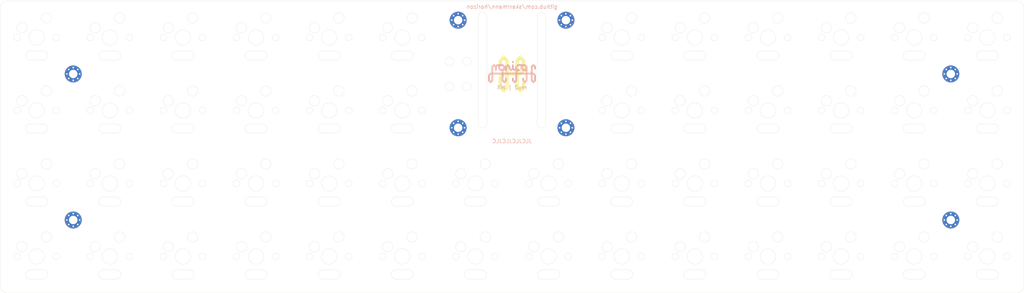
<source format=kicad_pcb>
(kicad_pcb (version 20171130) (host pcbnew "(5.1.4)-1")

  (general
    (thickness 1.6)
    (drawings 11)
    (tracks 0)
    (zones 0)
    (modules 116)
    (nets 9)
  )

  (page A3)
  (layers
    (0 F.Cu signal)
    (31 B.Cu signal)
    (32 B.Adhes user)
    (33 F.Adhes user)
    (34 B.Paste user)
    (35 F.Paste user)
    (36 B.SilkS user)
    (37 F.SilkS user)
    (38 B.Mask user)
    (39 F.Mask user)
    (40 Dwgs.User user)
    (41 Cmts.User user)
    (42 Eco1.User user)
    (43 Eco2.User user)
    (44 Edge.Cuts user)
    (45 Margin user)
    (46 B.CrtYd user)
    (47 F.CrtYd user)
    (48 B.Fab user)
    (49 F.Fab user)
  )

  (setup
    (last_trace_width 0.3)
    (trace_clearance 0.2)
    (zone_clearance 0.508)
    (zone_45_only no)
    (trace_min 0.2)
    (via_size 0.8)
    (via_drill 0.4)
    (via_min_size 0.4)
    (via_min_drill 0.3)
    (uvia_size 0.3)
    (uvia_drill 0.1)
    (uvias_allowed no)
    (uvia_min_size 0.2)
    (uvia_min_drill 0.1)
    (edge_width 0.05)
    (segment_width 0.2)
    (pcb_text_width 0.3)
    (pcb_text_size 1.5 1.5)
    (mod_edge_width 0.12)
    (mod_text_size 1 1)
    (mod_text_width 0.15)
    (pad_size 1.75 1.75)
    (pad_drill 1.7018)
    (pad_to_mask_clearance 0.051)
    (solder_mask_min_width 0.25)
    (aux_axis_origin 76 95)
    (grid_origin 76 95)
    (visible_elements 7FFDFFFF)
    (pcbplotparams
      (layerselection 0x010f0_ffffffff)
      (usegerberextensions true)
      (usegerberattributes false)
      (usegerberadvancedattributes false)
      (creategerberjobfile false)
      (excludeedgelayer true)
      (linewidth 0.100000)
      (plotframeref false)
      (viasonmask false)
      (mode 1)
      (useauxorigin false)
      (hpglpennumber 1)
      (hpglpenspeed 20)
      (hpglpendiameter 15.000000)
      (psnegative false)
      (psa4output false)
      (plotreference true)
      (plotvalue true)
      (plotinvisibletext false)
      (padsonsilk false)
      (subtractmaskfromsilk true)
      (outputformat 1)
      (mirror false)
      (drillshape 0)
      (scaleselection 1)
      (outputdirectory "../gerbers/"))
  )

  (net 0 "")
  (net 1 "Net-(H1-Pad1)")
  (net 2 "Net-(H2-Pad1)")
  (net 3 "Net-(H3-Pad1)")
  (net 4 "Net-(H4-Pad1)")
  (net 5 "Net-(H5-Pad1)")
  (net 6 "Net-(H6-Pad1)")
  (net 7 "Net-(H7-Pad1)")
  (net 8 "Net-(H8-Pad1)")

  (net_class Default "This is the default net class."
    (clearance 0.2)
    (trace_width 0.3)
    (via_dia 0.8)
    (via_drill 0.4)
    (uvia_dia 0.3)
    (uvia_drill 0.1)
    (diff_pair_width 0.2)
    (diff_pair_gap 0.3)
    (add_net COL10)
    (add_net COL11)
    (add_net COL12)
    (add_net COL13)
    (add_net COL14)
    (add_net COL8)
    (add_net COL9)
    (add_net "Net-(H1-Pad1)")
    (add_net "Net-(H2-Pad1)")
    (add_net "Net-(H3-Pad1)")
    (add_net "Net-(H4-Pad1)")
    (add_net "Net-(H5-Pad1)")
    (add_net "Net-(H6-Pad1)")
    (add_net "Net-(H7-Pad1)")
    (add_net "Net-(H8-Pad1)")
  )

  (net_class Power ""
    (clearance 0.2)
    (trace_width 0.5)
    (via_dia 0.8)
    (via_drill 0.4)
    (uvia_dia 0.3)
    (uvia_drill 0.1)
    (diff_pair_width 0.2)
    (diff_pair_gap 0.3)
  )

  (module horizon-footprints:Logo_Horizon_H (layer F.Cu) (tedit 614E7934) (tstamp 614EFA96)
    (at 209 114)
    (path /614B138E)
    (fp_text reference "" (at 0 2) (layer F.SilkS) hide
      (effects (font (size 1.524 1.524) (thickness 0.3)))
    )
    (fp_text value Logo-Top (at 0 -2) (layer F.SilkS) hide
      (effects (font (size 1.524 1.524) (thickness 0.3)))
    )
    (fp_poly (pts (xy 2.811161 -4.287795) (xy 3.459892 -3.639066) (xy 3.459892 -0.685799) (xy 2.900748 -0.126656)
      (xy 2.341604 0.432486) (xy 1.731319 0.432486) (xy 1.731319 3.280722) (xy 1.94722 3.49662)
      (xy 2.163122 3.712519) (xy 2.37902 3.496617) (xy 2.594919 3.280715) (xy 2.594919 2.378679)
      (xy 2.810817 2.162777) (xy 2.83116 2.14244) (xy 2.850995 2.122623) (xy 2.870235 2.103411)
      (xy 2.888793 2.084893) (xy 2.906579 2.067156) (xy 2.923508 2.050287) (xy 2.93949 2.034374)
      (xy 2.954438 2.019503) (xy 2.968264 2.005761) (xy 2.980881 1.993237) (xy 2.9922 1.982017)
      (xy 3.002134 1.972189) (xy 3.010594 1.96384) (xy 3.017494 1.957056) (xy 3.022745 1.951926)
      (xy 3.02626 1.948537) (xy 3.02795 1.946975) (xy 3.028092 1.946875) (xy 3.029178 1.947832)
      (xy 3.032118 1.950645) (xy 3.036821 1.955226) (xy 3.043201 1.961488) (xy 3.051169 1.969343)
      (xy 3.060638 1.978705) (xy 3.07152 1.989485) (xy 3.083726 2.001596) (xy 3.097169 2.014952)
      (xy 3.111761 2.029464) (xy 3.127413 2.045045) (xy 3.144038 2.061608) (xy 3.161548 2.079065)
      (xy 3.179855 2.097329) (xy 3.198872 2.116313) (xy 3.218509 2.135929) (xy 3.238679 2.15609)
      (xy 3.24468 2.162091) (xy 3.459892 2.377306) (xy 3.459892 3.639066) (xy 2.16243 4.936524)
      (xy 1.513702 4.287791) (xy 0.864973 3.639058) (xy 0.864973 0.432486) (xy -0.8636 0.432486)
      (xy -0.8636 3.639058) (xy -1.511985 4.287448) (xy -1.547393 4.322855) (xy -1.582321 4.357781)
      (xy -1.616719 4.392174) (xy -1.650537 4.425985) (xy -1.683724 4.459163) (xy -1.716229 4.491659)
      (xy -1.748003 4.52342) (xy -1.778995 4.554399) (xy -1.809155 4.584543) (xy -1.838431 4.613803)
      (xy -1.866775 4.642128) (xy -1.894136 4.669469) (xy -1.920462 4.695774) (xy -1.945705 4.720994)
      (xy -1.969813 4.745078) (xy -1.992736 4.767976) (xy -2.014425 4.789637) (xy -2.034827 4.810012)
      (xy -2.053894 4.82905) (xy -2.071574 4.8467) (xy -2.087818 4.862913) (xy -2.102575 4.877638)
      (xy -2.115795 4.890825) (xy -2.127427 4.902423) (xy -2.13742 4.912383) (xy -2.145726 4.920653)
      (xy -2.152293 4.927184) (xy -2.15707 4.931925) (xy -2.160008 4.934826) (xy -2.161057 4.935837)
      (xy -2.161058 4.935838) (xy -2.162058 4.934875) (xy -2.16495 4.932021) (xy -2.169682 4.927325)
      (xy -2.176204 4.920839) (xy -2.184467 4.912612) (xy -2.194419 4.902694) (xy -2.20601 4.891136)
      (xy -2.21919 4.877989) (xy -2.233909 4.863302) (xy -2.250116 4.847126) (xy -2.267761 4.829511)
      (xy -2.286794 4.810508) (xy -2.307164 4.790166) (xy -2.32882 4.768536) (xy -2.351713 4.745669)
      (xy -2.375792 4.721614) (xy -2.401007 4.696422) (xy -2.427307 4.670144) (xy -2.454642 4.642829)
      (xy -2.482962 4.614527) (xy -2.512216 4.585291) (xy -2.542354 4.555168) (xy -2.573326 4.52421)
      (xy -2.605081 4.492468) (xy -2.637569 4.45999) (xy -2.670739 4.426829) (xy -2.704541 4.393033)
      (xy -2.738926 4.358654) (xy -2.773842 4.323741) (xy -2.810133 4.28745) (xy -3.458519 3.639063)
      (xy -3.458519 1.044143) (xy -2.593546 1.044143) (xy -2.593546 3.280715) (xy -2.377648 3.496617)
      (xy -2.161749 3.712519) (xy -1.945848 3.49662) (xy -1.729946 3.280722) (xy -1.729946 0.432486)
      (xy -1.981884 0.432486) (xy -2.287715 0.738315) (xy -2.593546 1.044143) (xy -3.458519 1.044143)
      (xy -3.458519 0.685798) (xy -2.899375 0.126656) (xy -2.340231 -0.432487) (xy -1.729946 -0.432487)
      (xy -1.729946 -3.280722) (xy -1.945848 -3.496621) (xy -2.161749 -3.712519) (xy -2.377648 -3.496618)
      (xy -2.593546 -3.280716) (xy -2.593546 -2.378679) (xy -2.809445 -2.162778) (xy -2.829787 -2.142441)
      (xy -2.849622 -2.122623) (xy -2.868863 -2.103412) (xy -2.88742 -2.084894) (xy -2.905207 -2.067157)
      (xy -2.922135 -2.050288) (xy -2.938117 -2.034374) (xy -2.953065 -2.019503) (xy -2.966892 -2.005762)
      (xy -2.979508 -1.993238) (xy -2.990827 -1.982018) (xy -3.000761 -1.97219) (xy -3.009222 -1.96384)
      (xy -3.016122 -1.957057) (xy -3.021373 -1.951927) (xy -3.024887 -1.948537) (xy -3.026578 -1.946975)
      (xy -3.026719 -1.946876) (xy -3.027806 -1.947833) (xy -3.030745 -1.950646) (xy -3.035449 -1.955227)
      (xy -3.041829 -1.961488) (xy -3.049797 -1.969344) (xy -3.059266 -1.978705) (xy -3.070147 -1.989485)
      (xy -3.082354 -2.001597) (xy -3.095797 -2.014952) (xy -3.110388 -2.029464) (xy -3.126041 -2.045045)
      (xy -3.142666 -2.061608) (xy -3.160176 -2.079066) (xy -3.178483 -2.09733) (xy -3.197499 -2.116314)
      (xy -3.217136 -2.13593) (xy -3.237306 -2.156091) (xy -3.243307 -2.162091) (xy -3.458519 -2.377306)
      (xy -3.458519 -3.639066) (xy -2.809789 -4.287795) (xy -2.161058 -4.936525) (xy -0.8636 -3.639059)
      (xy -0.8636 -0.432487) (xy 0.864973 -0.432487) (xy 0.864973 -3.280716) (xy 1.731319 -3.280716)
      (xy 1.731319 -0.432487) (xy 1.983257 -0.432487) (xy 2.289088 -0.738315) (xy 2.594919 -1.044144)
      (xy 2.594919 -3.280722) (xy 2.379017 -3.496621) (xy 2.163115 -3.712519) (xy 1.947217 -3.496618)
      (xy 1.731319 -3.280716) (xy 0.864973 -3.280716) (xy 0.864973 -3.639059) (xy 1.513702 -4.287792)
      (xy 2.16243 -4.936525) (xy 2.811161 -4.287795)) (layer F.SilkS) (width 0.01))
  )

  (module horizon-footprints:SW_Push_6mm (layer F.Cu) (tedit 61468A4F) (tstamp 613D3F8D)
    (at 195 114 270)
    (descr "6mmx6mm push button")
    (tags "button, tactile, 6mm")
    (path /60FA8D3C)
    (fp_text reference "" (at 0 0 90) (layer F.SilkS)
      (effects (font (size 0.75 0.75) (thickness 0.15)))
    )
    (fp_text value RESET (at 0 3.75 90) (layer F.Fab)
      (effects (font (size 0.75 0.75) (thickness 0.15)))
    )
    (fp_circle (center 3.25 -2.25) (end 4.35 -2.25) (layer Edge.Cuts) (width 0.05))
    (fp_circle (center 3.25 2.25) (end 4.35 2.25) (layer Edge.Cuts) (width 0.05))
    (fp_circle (center -3.25 -2.25) (end -2.15 -2.25) (layer Edge.Cuts) (width 0.05))
    (fp_circle (center -3.25 2.25) (end -2.15 2.25) (layer Edge.Cuts) (width 0.05))
    (model ${KISYS3DMOD}/Button_Switch_THT.3dshapes/SW_PUSH_6mm.wrl
      (offset (xyz -3 2.25 0))
      (scale (xyz 1 1 1))
      (rotate (xyz 0 0 0))
    )
  )

  (module horizon-footprints:Logo_Horizon_Small (layer B.Cu) (tedit 614E4644) (tstamp 613E8CC1)
    (at 209 113.5 180)
    (path /611138F2)
    (fp_text reference "" (at 0 -2) (layer B.SilkS) hide
      (effects (font (size 1.524 1.524) (thickness 0.3)) (justify mirror))
    )
    (fp_text value Logo-Bottom (at -0.1 1) (layer B.SilkS) hide
      (effects (font (size 1.524 1.524) (thickness 0.3)) (justify mirror))
    )
    (fp_poly (pts (xy -5.222169 1.804105) (xy -4.888794 1.470731) (xy -4.888794 -0.176389) (xy -4.0005 -0.176389)
      (xy -4.0005 0.397578) (xy -3.555294 0.397578) (xy -3.555294 -0.176389) (xy -1.3335 -0.176389)
      (xy -1.3335 -0.046215) (xy -1.490309 0.110595) (xy -1.647118 0.267406) (xy -1.823503 0.267405)
      (xy -1.999887 0.267405) (xy -2.111195 0.378705) (xy -2.222502 0.490004) (xy -2.222501 0.490006)
      (xy -1.241071 0.490006) (xy -1.065036 0.313972) (xy -0.889 0.137937) (xy -0.889 -0.176389)
      (xy 2.221794 -0.176389) (xy 2.221794 0.267405) (xy 2.667 0.267405) (xy 2.667 -0.176389)
      (xy 4.888794 -0.176389) (xy 4.888794 1.287288) (xy 4.806421 1.369485) (xy 4.796882 1.379003)
      (xy 4.787286 1.388576) (xy 4.77771 1.398128) (xy 4.768236 1.407577) (xy 4.758941 1.416846)
      (xy 4.749904 1.425856) (xy 4.741207 1.434527) (xy 4.732926 1.44278) (xy 4.725143 1.450537)
      (xy 4.717935 1.457718) (xy 4.711383 1.464244) (xy 4.705565 1.470037) (xy 4.700561 1.475017)
      (xy 4.69645 1.479106) (xy 4.695295 1.480255) (xy 4.666542 1.508826) (xy 4.444294 1.286582)
      (xy 4.444294 0.490007) (xy 4.333169 0.378883) (xy 4.222044 0.26776) (xy 4.110919 0.378883)
      (xy 3.999794 0.490007) (xy 3.999794 1.287285) (xy 3.686176 1.600905) (xy 3.556002 1.600906)
      (xy 3.425828 1.600906) (xy 3.556 1.470728) (xy 3.556 0.842787) (xy 2.98062 0.267405)
      (xy 2.667 0.267405) (xy 2.221794 0.267405) (xy 2.221794 0.398284) (xy 1.999898 0.620184)
      (xy 1.666699 0.286985) (xy 1.3335 -0.046213) (xy 1.3335 1.286582) (xy 1.332795 1.287287)
      (xy 2.2225 1.287287) (xy 2.2225 1.026232) (xy 2.379309 0.869421) (xy 2.536118 0.712611)
      (xy 2.797174 0.712611) (xy 3.110794 1.026229) (xy 3.110794 1.287285) (xy 2.953985 1.444095)
      (xy 2.797176 1.600906) (xy 2.666648 1.600905) (xy 2.536121 1.600905) (xy 2.37931 1.444096)
      (xy 2.2225 1.287287) (xy 1.332795 1.287287) (xy 1.222375 1.397706) (xy 1.11125 1.508829)
      (xy 1.000125 1.397705) (xy 0.889 1.286582) (xy 0.889 0.842785) (xy 0.555654 0.50944)
      (xy 0.537455 0.491242) (xy 0.519503 0.473293) (xy 0.501823 0.455618) (xy 0.484441 0.438243)
      (xy 0.467383 0.421194) (xy 0.450676 0.404497) (xy 0.434344 0.388177) (xy 0.418414 0.372261)
      (xy 0.402912 0.356774) (xy 0.387863 0.341742) (xy 0.373294 0.327191) (xy 0.35923 0.313146)
      (xy 0.345696 0.299635) (xy 0.33272 0.286681) (xy 0.320327 0.274311) (xy 0.308542 0.262552)
      (xy 0.297392 0.251428) (xy 0.286903 0.240966) (xy 0.277099 0.231191) (xy 0.268008 0.222129)
      (xy 0.259655 0.213807) (xy 0.252066 0.206249) (xy 0.245267 0.199482) (xy 0.239283 0.193531)
      (xy 0.234141 0.188423) (xy 0.229866 0.184182) (xy 0.226484 0.180836) (xy 0.224022 0.178409)
      (xy 0.222504 0.176928) (xy 0.221958 0.176418) (xy 0.221956 0.176418) (xy 0.221439 0.176934)
      (xy 0.219955 0.178415) (xy 0.217538 0.180831) (xy 0.214217 0.184149) (xy 0.210026 0.188338)
      (xy 0.204995 0.193366) (xy 0.199158 0.199201) (xy 0.192544 0.205812) (xy 0.185187 0.213166)
      (xy 0.177118 0.221233) (xy 0.168368 0.22998) (xy 0.15897 0.239375) (xy 0.148954 0.249388)
      (xy 0.138354 0.259985) (xy 0.127201 0.271136) (xy 0.115525 0.282808) (xy 0.10336 0.294971)
      (xy 0.090737 0.307591) (xy 0.077688 0.320638) (xy 0.064244 0.334079) (xy 0.050437 0.347883)
      (xy 0.036299 0.362019) (xy 0.021862 0.376453) (xy 0.007157 0.391156) (xy -0.000149 0.39846)
      (xy -0.221902 0.620179) (xy -0.666396 0.175683) (xy -0.888648 0.397934) (xy -1.110899 0.620184)
      (xy -1.241071 0.490006) (xy -2.222501 0.490006) (xy -2.111201 0.601308) (xy -1.999899 0.712611)
      (xy -1.647121 0.712611) (xy -1.49031 0.86942) (xy -1.3335 1.026229) (xy -1.3335 1.287401)
      (xy -1.490437 1.444153) (xy -1.647374 1.600906) (xy -2.351959 1.600906) (xy -2.286877 1.535809)
      (xy -2.221794 1.470713) (xy -2.221794 0.842787) (xy -2.797174 0.267405) (xy -3.425117 0.267405)
      (xy -3.490206 0.332492) (xy -3.555294 0.397578) (xy -4.0005 0.397578) (xy -4.0005 1.287287)
      (xy -3.555294 1.287287) (xy -3.555294 1.026232) (xy -3.398485 0.869421) (xy -3.241676 0.712611)
      (xy -2.980621 0.712611) (xy -2.82381 0.86942) (xy -2.667 1.026229) (xy -2.667 1.287285)
      (xy -2.823809 1.444095) (xy -2.980618 1.600906) (xy -3.111146 1.600905) (xy -3.241674 1.600905)
      (xy -3.555294 1.287287) (xy -4.0005 1.287287) (xy -4.0005 1.470726) (xy -3.713164 1.758066)
      (xy -3.425827 2.045405) (xy -2.444398 2.045405) (xy -1.462969 2.045406) (xy -1.175984 1.75842)
      (xy -0.889 1.471435) (xy -0.889 1.026934) (xy -0.777698 0.915634) (xy -0.666396 0.804333)
      (xy -0.555448 0.915283) (xy -0.4445 1.026232) (xy -0.4445 1.82351) (xy -0.333375 1.934633)
      (xy -0.22225 2.045757) (xy -0.111125 1.934633) (xy 0 1.82351) (xy 0 1.026934)
      (xy 0.22225 0.804688) (xy 0.4445 1.026934) (xy 0.4445 1.470736) (xy 0.777552 1.803755)
      (xy 0.795745 1.821947) (xy 0.813692 1.839892) (xy 0.831366 1.857564) (xy 0.848742 1.874938)
      (xy 0.865794 1.891987) (xy 0.882495 1.908686) (xy 0.89882 1.925009) (xy 0.914743 1.94093)
      (xy 0.930239 1.956424) (xy 0.94528 1.971463) (xy 0.959842 1.986023) (xy 0.973899 2.000077)
      (xy 0.987424 2.0136) (xy 1.000391 2.026565) (xy 1.012776 2.038948) (xy 1.024551 2.050721)
      (xy 1.035692 2.061859) (xy 1.046172 2.072337) (xy 1.055964 2.082127) (xy 1.065045 2.091205)
      (xy 1.073386 2.099545) (xy 1.080964 2.10712) (xy 1.087751 2.113905) (xy 1.093721 2.119874)
      (xy 1.09885 2.125001) (xy 1.103111 2.129259) (xy 1.106478 2.132624) (xy 1.108925 2.13507)
      (xy 1.110426 2.13657) (xy 1.110956 2.137098) (xy 1.11147 2.136621) (xy 1.112956 2.135172)
      (xy 1.115387 2.132777) (xy 1.118738 2.12946) (xy 1.122984 2.12525) (xy 1.128097 2.12017)
      (xy 1.134053 2.114247) (xy 1.140826 2.107507) (xy 1.148389 2.099975) (xy 1.156717 2.091678)
      (xy 1.165783 2.082641) (xy 1.175563 2.07289) (xy 1.186029 2.062451) (xy 1.197157 2.051349)
      (xy 1.20892 2.039611) (xy 1.221293 2.027263) (xy 1.234249 2.014329) (xy 1.247763 2.000836)
      (xy 1.261808 1.98681) (xy 1.27636 1.972277) (xy 1.291392 1.957262) (xy 1.306878 1.941792)
      (xy 1.322792 1.925891) (xy 1.339109 1.909586) (xy 1.355802 1.892903) (xy 1.372847 1.875868)
      (xy 1.390215 1.858506) (xy 1.407883 1.840843) (xy 1.425824 1.822905) (xy 1.444013 1.804718)
      (xy 1.444478 1.804252) (xy 1.777648 1.471083) (xy 2.064808 1.758244) (xy 2.351969 2.045405)
      (xy 3.111147 2.045406) (xy 3.870326 2.045406) (xy 4.046361 1.869369) (xy 4.222396 1.693333)
      (xy 4.444294 1.91523) (xy 4.459124 1.930059) (xy 4.473703 1.944633) (xy 4.488001 1.958923)
      (xy 4.501984 1.972895) (xy 4.515621 1.986519) (xy 4.528881 1.999763) (xy 4.541731 2.012595)
      (xy 4.55414 2.024983) (xy 4.566076 2.036896) (xy 4.577508 2.048302) (xy 4.588403 2.059169)
      (xy 4.59873 2.069466) (xy 4.608456 2.079161) (xy 4.617551 2.088222) (xy 4.625982 2.096617)
      (xy 4.633717 2.104316) (xy 4.640725 2.111285) (xy 4.646974 2.117495) (xy 4.652433 2.122911)
      (xy 4.657068 2.127504) (xy 4.660849 2.131242) (xy 4.663744 2.134092) (xy 4.665721 2.136023)
      (xy 4.666749 2.137004) (xy 4.666896 2.137128) (xy 4.667429 2.136633) (xy 4.668934 2.135166)
      (xy 4.671385 2.132753) (xy 4.674755 2.129419) (xy 4.679019 2.125191) (xy 4.684151 2.120094)
      (xy 4.690126 2.114155) (xy 4.696916 2.107398) (xy 4.704496 2.09985) (xy 4.712841 2.091537)
      (xy 4.721924 2.082485) (xy 4.73172 2.072719) (xy 4.742202 2.062266) (xy 4.753345 2.051151)
      (xy 4.765122 2.0394) (xy 4.777508 2.027039) (xy 4.790476 2.014093) (xy 4.804002 2.00059)
      (xy 4.818059 1.986554) (xy 4.83262 1.972012) (xy 4.847661 1.956989) (xy 4.863155 1.941511)
      (xy 4.879076 1.925604) (xy 4.895399 1.909294) (xy 4.912097 1.892607) (xy 4.929144 1.875569)
      (xy 4.946515 1.858205) (xy 4.964184 1.840542) (xy 4.982124 1.822605) (xy 5.00031 1.80442)
      (xy 5.000447 1.804283) (xy 5.333294 1.471437) (xy 5.333294 -0.176389) (xy 5.64762 -0.176389)
      (xy 6.222294 -0.751065) (xy 6.222294 -2.268715) (xy 5.555544 -2.935463) (xy 4.888794 -2.268715)
      (xy 4.888794 -0.620889) (xy 5.333294 -0.620889) (xy 5.333294 -2.084562) (xy 5.444242 -2.195512)
      (xy 5.454693 -2.205961) (xy 5.464879 -2.216143) (xy 5.474758 -2.226014) (xy 5.484282 -2.235529)
      (xy 5.493409 -2.244642) (xy 5.502091 -2.25331) (xy 5.510286 -2.261487) (xy 5.517947 -2.269128)
      (xy 5.52503 -2.276189) (xy 5.53149 -2.282625) (xy 5.537281 -2.288391) (xy 5.542359 -2.293443)
      (xy 5.546679 -2.297734) (xy 5.550196 -2.301222) (xy 5.552866 -2.30386) (xy 5.554642 -2.305604)
      (xy 5.55548 -2.306409) (xy 5.555543 -2.306461) (xy 5.556068 -2.30597) (xy 5.557545 -2.304525)
      (xy 5.55993 -2.302171) (xy 5.563177 -2.298954) (xy 5.567242 -2.294918) (xy 5.57208 -2.290108)
      (xy 5.577646 -2.284568) (xy 5.583894 -2.278344) (xy 5.59078 -2.271481) (xy 5.598259 -2.264023)
      (xy 5.606286 -2.256014) (xy 5.614816 -2.247501) (xy 5.623803 -2.238527) (xy 5.633204 -2.229137)
      (xy 5.642973 -2.219377) (xy 5.653065 -2.20929) (xy 5.663435 -2.198923) (xy 5.666845 -2.195513)
      (xy 5.777794 -2.084566) (xy 5.777794 -0.935215) (xy 5.620632 -0.778052) (xy 5.463471 -0.620889)
      (xy 5.333294 -0.620889) (xy 4.888794 -0.620889) (xy 2.667 -0.620889) (xy 2.667 -2.268009)
      (xy 2.333448 -2.60156) (xy 1.999897 -2.935111) (xy 1.666698 -2.601912) (xy 1.3335 -2.268713)
      (xy 1.3335 -1.621012) (xy 1.55575 -1.398766) (xy 1.778 -1.621012) (xy 1.778 -2.084566)
      (xy 1.888949 -2.195513) (xy 1.999899 -2.306461) (xy 2.110847 -2.195512) (xy 2.221794 -2.084562)
      (xy 2.221794 -0.620889) (xy -0.889 -0.620889) (xy -0.889037 -1.352726) (xy -0.889073 -2.084564)
      (xy -0.77775 -2.195527) (xy -0.666428 -2.30649) (xy -0.4445 -2.084566) (xy -0.4445 -1.621012)
      (xy -0.22225 -1.398766) (xy 0 -1.621012) (xy 0 -2.268715) (xy -0.66675 -2.935463)
      (xy -1.3335 -2.268715) (xy -1.3335 -0.620889) (xy -3.555294 -0.620889) (xy -3.555294 -2.084566)
      (xy -3.444345 -2.195513) (xy -3.333396 -2.306461) (xy -3.222448 -2.195512) (xy -3.1115 -2.084562)
      (xy -3.1115 -1.621016) (xy -3.000552 -1.510066) (xy -2.990099 -1.499615) (xy -2.979905 -1.489431)
      (xy -2.970018 -1.479559) (xy -2.960482 -1.470043) (xy -2.951341 -1.460928) (xy -2.942642 -1.452259)
      (xy -2.934429 -1.444081) (xy -2.926747 -1.436439) (xy -2.919642 -1.429378) (xy -2.913158 -1.422942)
      (xy -2.907342 -1.417176) (xy -2.902237 -1.412125) (xy -2.897889 -1.407834) (xy -2.894343 -1.404349)
      (xy -2.891645 -1.401712) (xy -2.889839 -1.39997) (xy -2.88897 -1.399168) (xy -2.888897 -1.399117)
      (xy -2.888339 -1.399609) (xy -2.886829 -1.401054) (xy -2.884411 -1.403408) (xy -2.881132 -1.406627)
      (xy -2.877037 -1.410664) (xy -2.87217 -1.415476) (xy -2.866576 -1.421017) (xy -2.860302 -1.427243)
      (xy -2.853391 -1.434109) (xy -2.84589 -1.44157) (xy -2.837842 -1.449581) (xy -2.829294 -1.458097)
      (xy -2.82029 -1.467074) (xy -2.810875 -1.476466) (xy -2.801096 -1.486229) (xy -2.790996 -1.496318)
      (xy -2.780621 -1.506688) (xy -2.777242 -1.510066) (xy -2.666294 -1.621016) (xy -2.666294 -2.268009)
      (xy -3.333398 -2.935111) (xy -3.666949 -2.601559) (xy -4.0005 -2.268008) (xy -4.0005 -0.620889)
      (xy -4.888794 -0.620889) (xy -4.888794 -2.268715) (xy -5.221993 -2.601913) (xy -5.240189 -2.620108)
      (xy -5.258139 -2.638056) (xy -5.275816 -2.65573) (xy -5.293194 -2.673105) (xy -5.310248 -2.690155)
      (xy -5.326953 -2.706854) (xy -5.343281 -2.723176) (xy -5.359207 -2.739095) (xy -5.374706 -2.754586)
      (xy -5.389751 -2.769622) (xy -5.404317 -2.784178) (xy -5.418377 -2.798228) (xy -5.431906 -2.811746)
      (xy -5.444878 -2.824706) (xy -5.457267 -2.837083) (xy -5.469047 -2.848849) (xy -5.480192 -2.859981)
      (xy -5.490677 -2.870451) (xy -5.500475 -2.880235) (xy -5.509561 -2.889305) (xy -5.517908 -2.897637)
      (xy -5.525492 -2.905203) (xy -5.532285 -2.91198) (xy -5.538262 -2.91794) (xy -5.543398 -2.923058)
      (xy -5.547666 -2.927308) (xy -5.551041 -2.930664) (xy -5.553496 -2.933101) (xy -5.555006 -2.934591)
      (xy -5.555544 -2.935111) (xy -5.555545 -2.935111) (xy -5.556059 -2.934617) (xy -5.557545 -2.93315)
      (xy -5.559976 -2.930737) (xy -5.563328 -2.927404) (xy -5.567574 -2.923176) (xy -5.572688 -2.918079)
      (xy -5.578645 -2.91214) (xy -5.585418 -2.905383) (xy -5.592982 -2.897836) (xy -5.60131 -2.889523)
      (xy -5.610378 -2.880471) (xy -5.620158 -2.870706) (xy -5.630626 -2.860252) (xy -5.641755 -2.849137)
      (xy -5.653519 -2.837386) (xy -5.665893 -2.825024) (xy -5.678851 -2.812078) (xy -5.692366 -2.798574)
      (xy -5.706413 -2.784537) (xy -5.720967 -2.769994) (xy -5.736 -2.754969) (xy -5.751488 -2.739489)
      (xy -5.767404 -2.723581) (xy -5.783722 -2.707268) (xy -5.800417 -2.690579) (xy -5.817463 -2.673537)
      (xy -5.834834 -2.65617) (xy -5.852503 -2.638503) (xy -5.870446 -2.620562) (xy -5.889096 -2.601912)
      (xy -6.222294 -2.268713) (xy -6.222294 -0.935213) (xy -5.777795 -0.935213) (xy -5.777794 -1.509888)
      (xy -5.777794 -2.084562) (xy -5.666847 -2.195512) (xy -5.656396 -2.205961) (xy -5.64621 -2.216143)
      (xy -5.636331 -2.226014) (xy -5.626807 -2.235529) (xy -5.61768 -2.244642) (xy -5.608997 -2.25331)
      (xy -5.600803 -2.261487) (xy -5.593142 -2.269128) (xy -5.586059 -2.276189) (xy -5.579599 -2.282625)
      (xy -5.573808 -2.288391) (xy -5.56873 -2.293443) (xy -5.56441 -2.297734) (xy -5.560892 -2.301222)
      (xy -5.558223 -2.30386) (xy -5.556447 -2.305604) (xy -5.555609 -2.306409) (xy -5.555546 -2.306461)
      (xy -5.555021 -2.30597) (xy -5.553544 -2.304525) (xy -5.551159 -2.302171) (xy -5.547912 -2.298954)
      (xy -5.543847 -2.294918) (xy -5.539009 -2.290108) (xy -5.533443 -2.284568) (xy -5.527195 -2.278344)
      (xy -5.520309 -2.271481) (xy -5.51283 -2.264023) (xy -5.504803 -2.256014) (xy -5.496273 -2.247501)
      (xy -5.487286 -2.238527) (xy -5.477885 -2.229137) (xy -5.468116 -2.219377) (xy -5.458024 -2.20929)
      (xy -5.447654 -2.198923) (xy -5.444244 -2.195513) (xy -5.333294 -2.084566) (xy -5.333294 -0.620889)
      (xy -5.463468 -0.620889) (xy -5.620631 -0.778051) (xy -5.777795 -0.935213) (xy -6.222294 -0.935213)
      (xy -6.222294 -0.751063) (xy -5.934957 -0.463726) (xy -5.647619 -0.176389) (xy -5.333294 -0.176389)
      (xy -5.333294 1.286582) (xy -5.444419 1.397705) (xy -5.555544 1.508829) (xy -5.666669 1.397706)
      (xy -5.777794 1.286582) (xy -5.777794 0.823029) (xy -5.888919 0.711905) (xy -6.000044 0.600782)
      (xy -6.111169 0.711905) (xy -6.222294 0.823029) (xy -6.222294 1.470731) (xy -5.888919 1.804105)
      (xy -5.555545 2.13748) (xy -5.222169 1.804105)) (layer B.SilkS) (width 0.01))
    (fp_poly (pts (xy 0 2.71251) (xy 0 2.489551) (xy -0.11095 2.378603) (xy -0.221899 2.267656)
      (xy -0.3332 2.378958) (xy -0.4445 2.49026) (xy -0.4445 2.71251) (xy -0.22225 2.934756)
      (xy 0 2.71251)) (layer B.SilkS) (width 0.01))
  )

  (module horizon-footprints:SW_MX (layer F.Cu) (tedit 61468A85) (tstamp 613D4624)
    (at 332.5 161.5)
    (descr "MX Switch")
    (tags MX,Cherry,Keyboard)
    (path /6146E632)
    (fp_text reference "" (at 0 -3) (layer F.SilkS)
      (effects (font (size 0.75 0.75) (thickness 0.15)))
    )
    (fp_text value SW_Push (at 0 3) (layer F.Fab)
      (effects (font (size 0.75 0.75) (thickness 0.15)))
    )
    (fp_circle (center 2.54 -5.08) (end 3.89 -5.08) (layer Edge.Cuts) (width 0.05))
    (fp_circle (center -3.81 -2.54) (end -2.46 -2.54) (layer Edge.Cuts) (width 0.05))
    (fp_circle (center 5.08 0) (end 5.955 0) (layer Edge.Cuts) (width 0.05))
    (fp_circle (center 0 0) (end 2 0) (layer Edge.Cuts) (width 0.05))
    (fp_circle (center -5.08 0) (end -4.205 0) (layer Edge.Cuts) (width 0.05))
  )

  (module horizon-footprints:SW_MX (layer F.Cu) (tedit 61468A85) (tstamp 613D4613)
    (at 313.5 161.5)
    (descr "MX Switch")
    (tags MX,Cherry,Keyboard)
    (path /6146E5F6)
    (fp_text reference "" (at 0 -3) (layer F.SilkS)
      (effects (font (size 0.75 0.75) (thickness 0.15)))
    )
    (fp_text value SW_Push (at 0 3) (layer F.Fab)
      (effects (font (size 0.75 0.75) (thickness 0.15)))
    )
    (fp_circle (center 2.54 -5.08) (end 3.89 -5.08) (layer Edge.Cuts) (width 0.05))
    (fp_circle (center -3.81 -2.54) (end -2.46 -2.54) (layer Edge.Cuts) (width 0.05))
    (fp_circle (center 5.08 0) (end 5.955 0) (layer Edge.Cuts) (width 0.05))
    (fp_circle (center 0 0) (end 2 0) (layer Edge.Cuts) (width 0.05))
    (fp_circle (center -5.08 0) (end -4.205 0) (layer Edge.Cuts) (width 0.05))
  )

  (module horizon-footprints:SW_MX (layer F.Cu) (tedit 61468A85) (tstamp 613D4602)
    (at 294.5 161.5)
    (descr "MX Switch")
    (tags MX,Cherry,Keyboard)
    (path /6146E5BA)
    (fp_text reference "" (at 0 -3) (layer F.SilkS)
      (effects (font (size 0.75 0.75) (thickness 0.15)))
    )
    (fp_text value SW_Push (at 0 3) (layer F.Fab)
      (effects (font (size 0.75 0.75) (thickness 0.15)))
    )
    (fp_circle (center 2.54 -5.08) (end 3.89 -5.08) (layer Edge.Cuts) (width 0.05))
    (fp_circle (center -3.81 -2.54) (end -2.46 -2.54) (layer Edge.Cuts) (width 0.05))
    (fp_circle (center 5.08 0) (end 5.955 0) (layer Edge.Cuts) (width 0.05))
    (fp_circle (center 0 0) (end 2 0) (layer Edge.Cuts) (width 0.05))
    (fp_circle (center -5.08 0) (end -4.205 0) (layer Edge.Cuts) (width 0.05))
  )

  (module horizon-footprints:SW_MX (layer F.Cu) (tedit 61468A85) (tstamp 613D45F1)
    (at 275.5 161.5)
    (descr "MX Switch")
    (tags MX,Cherry,Keyboard)
    (path /6146E57E)
    (fp_text reference "" (at 0 -3) (layer F.SilkS)
      (effects (font (size 0.75 0.75) (thickness 0.15)))
    )
    (fp_text value SW_Push (at 0 3) (layer F.Fab)
      (effects (font (size 0.75 0.75) (thickness 0.15)))
    )
    (fp_circle (center 2.54 -5.08) (end 3.89 -5.08) (layer Edge.Cuts) (width 0.05))
    (fp_circle (center -3.81 -2.54) (end -2.46 -2.54) (layer Edge.Cuts) (width 0.05))
    (fp_circle (center 5.08 0) (end 5.955 0) (layer Edge.Cuts) (width 0.05))
    (fp_circle (center 0 0) (end 2 0) (layer Edge.Cuts) (width 0.05))
    (fp_circle (center -5.08 0) (end -4.205 0) (layer Edge.Cuts) (width 0.05))
  )

  (module horizon-footprints:SW_MX (layer F.Cu) (tedit 61468A85) (tstamp 613D45E0)
    (at 256.5 161.5)
    (descr "MX Switch")
    (tags MX,Cherry,Keyboard)
    (path /6146E542)
    (fp_text reference "" (at 0 -3) (layer F.SilkS)
      (effects (font (size 0.75 0.75) (thickness 0.15)))
    )
    (fp_text value SW_Push (at 0 3) (layer F.Fab)
      (effects (font (size 0.75 0.75) (thickness 0.15)))
    )
    (fp_circle (center 2.54 -5.08) (end 3.89 -5.08) (layer Edge.Cuts) (width 0.05))
    (fp_circle (center -3.81 -2.54) (end -2.46 -2.54) (layer Edge.Cuts) (width 0.05))
    (fp_circle (center 5.08 0) (end 5.955 0) (layer Edge.Cuts) (width 0.05))
    (fp_circle (center 0 0) (end 2 0) (layer Edge.Cuts) (width 0.05))
    (fp_circle (center -5.08 0) (end -4.205 0) (layer Edge.Cuts) (width 0.05))
  )

  (module horizon-footprints:SW_MX (layer F.Cu) (tedit 61468A85) (tstamp 613D45CF)
    (at 237.5 161.5)
    (descr "MX Switch")
    (tags MX,Cherry,Keyboard)
    (path /6146E506)
    (fp_text reference "" (at 0 -3) (layer F.SilkS)
      (effects (font (size 0.75 0.75) (thickness 0.15)))
    )
    (fp_text value SW_Push (at 0 3) (layer F.Fab)
      (effects (font (size 0.75 0.75) (thickness 0.15)))
    )
    (fp_circle (center 2.54 -5.08) (end 3.89 -5.08) (layer Edge.Cuts) (width 0.05))
    (fp_circle (center -3.81 -2.54) (end -2.46 -2.54) (layer Edge.Cuts) (width 0.05))
    (fp_circle (center 5.08 0) (end 5.955 0) (layer Edge.Cuts) (width 0.05))
    (fp_circle (center 0 0) (end 2 0) (layer Edge.Cuts) (width 0.05))
    (fp_circle (center -5.08 0) (end -4.205 0) (layer Edge.Cuts) (width 0.05))
  )

  (module horizon-footprints:SW_MX (layer F.Cu) (tedit 61468A85) (tstamp 613D45BE)
    (at 218.5 161.5)
    (descr "MX Switch")
    (tags MX,Cherry,Keyboard)
    (path /61440581)
    (fp_text reference "" (at 0 -3) (layer F.SilkS)
      (effects (font (size 0.75 0.75) (thickness 0.15)))
    )
    (fp_text value SW_Push (at 0 3) (layer F.Fab)
      (effects (font (size 0.75 0.75) (thickness 0.15)))
    )
    (fp_circle (center 2.54 -5.08) (end 3.89 -5.08) (layer Edge.Cuts) (width 0.05))
    (fp_circle (center -3.81 -2.54) (end -2.46 -2.54) (layer Edge.Cuts) (width 0.05))
    (fp_circle (center 5.08 0) (end 5.955 0) (layer Edge.Cuts) (width 0.05))
    (fp_circle (center 0 0) (end 2 0) (layer Edge.Cuts) (width 0.05))
    (fp_circle (center -5.08 0) (end -4.205 0) (layer Edge.Cuts) (width 0.05))
  )

  (module horizon-footprints:SW_MX (layer F.Cu) (tedit 61468A85) (tstamp 613D45AD)
    (at 199.5 161.5)
    (descr "MX Switch")
    (tags MX,Cherry,Keyboard)
    (path /61440545)
    (fp_text reference "" (at 0 -3) (layer F.SilkS)
      (effects (font (size 0.75 0.75) (thickness 0.15)))
    )
    (fp_text value SW_Push (at 0 3) (layer F.Fab)
      (effects (font (size 0.75 0.75) (thickness 0.15)))
    )
    (fp_circle (center 2.54 -5.08) (end 3.89 -5.08) (layer Edge.Cuts) (width 0.05))
    (fp_circle (center -3.81 -2.54) (end -2.46 -2.54) (layer Edge.Cuts) (width 0.05))
    (fp_circle (center 5.08 0) (end 5.955 0) (layer Edge.Cuts) (width 0.05))
    (fp_circle (center 0 0) (end 2 0) (layer Edge.Cuts) (width 0.05))
    (fp_circle (center -5.08 0) (end -4.205 0) (layer Edge.Cuts) (width 0.05))
  )

  (module horizon-footprints:SW_MX (layer F.Cu) (tedit 61468A85) (tstamp 613D459C)
    (at 180.5 161.5)
    (descr "MX Switch")
    (tags MX,Cherry,Keyboard)
    (path /61440509)
    (fp_text reference "" (at 0 -3) (layer F.SilkS)
      (effects (font (size 0.75 0.75) (thickness 0.15)))
    )
    (fp_text value SW_Push (at 0 3) (layer F.Fab)
      (effects (font (size 0.75 0.75) (thickness 0.15)))
    )
    (fp_circle (center 2.54 -5.08) (end 3.89 -5.08) (layer Edge.Cuts) (width 0.05))
    (fp_circle (center -3.81 -2.54) (end -2.46 -2.54) (layer Edge.Cuts) (width 0.05))
    (fp_circle (center 5.08 0) (end 5.955 0) (layer Edge.Cuts) (width 0.05))
    (fp_circle (center 0 0) (end 2 0) (layer Edge.Cuts) (width 0.05))
    (fp_circle (center -5.08 0) (end -4.205 0) (layer Edge.Cuts) (width 0.05))
  )

  (module horizon-footprints:SW_MX (layer F.Cu) (tedit 61468A85) (tstamp 613D458B)
    (at 161.5 161.5)
    (descr "MX Switch")
    (tags MX,Cherry,Keyboard)
    (path /614404CD)
    (fp_text reference "" (at 0 -3) (layer F.SilkS)
      (effects (font (size 0.75 0.75) (thickness 0.15)))
    )
    (fp_text value SW_Push (at 0 3) (layer F.Fab)
      (effects (font (size 0.75 0.75) (thickness 0.15)))
    )
    (fp_circle (center 2.54 -5.08) (end 3.89 -5.08) (layer Edge.Cuts) (width 0.05))
    (fp_circle (center -3.81 -2.54) (end -2.46 -2.54) (layer Edge.Cuts) (width 0.05))
    (fp_circle (center 5.08 0) (end 5.955 0) (layer Edge.Cuts) (width 0.05))
    (fp_circle (center 0 0) (end 2 0) (layer Edge.Cuts) (width 0.05))
    (fp_circle (center -5.08 0) (end -4.205 0) (layer Edge.Cuts) (width 0.05))
  )

  (module horizon-footprints:SW_MX (layer F.Cu) (tedit 61468A85) (tstamp 613D457A)
    (at 142.5 161.5)
    (descr "MX Switch")
    (tags MX,Cherry,Keyboard)
    (path /6141A428)
    (fp_text reference "" (at 0 -3) (layer F.SilkS)
      (effects (font (size 0.75 0.75) (thickness 0.15)))
    )
    (fp_text value SW_Push (at 0 3) (layer F.Fab)
      (effects (font (size 0.75 0.75) (thickness 0.15)))
    )
    (fp_circle (center 2.54 -5.08) (end 3.89 -5.08) (layer Edge.Cuts) (width 0.05))
    (fp_circle (center -3.81 -2.54) (end -2.46 -2.54) (layer Edge.Cuts) (width 0.05))
    (fp_circle (center 5.08 0) (end 5.955 0) (layer Edge.Cuts) (width 0.05))
    (fp_circle (center 0 0) (end 2 0) (layer Edge.Cuts) (width 0.05))
    (fp_circle (center -5.08 0) (end -4.205 0) (layer Edge.Cuts) (width 0.05))
  )

  (module horizon-footprints:SW_MX (layer F.Cu) (tedit 61468A85) (tstamp 613D4569)
    (at 123.5 161.5)
    (descr "MX Switch")
    (tags MX,Cherry,Keyboard)
    (path /6141A3EC)
    (fp_text reference "" (at 0 -3) (layer F.SilkS)
      (effects (font (size 0.75 0.75) (thickness 0.15)))
    )
    (fp_text value SW_Push (at 0 3) (layer F.Fab)
      (effects (font (size 0.75 0.75) (thickness 0.15)))
    )
    (fp_circle (center 2.54 -5.08) (end 3.89 -5.08) (layer Edge.Cuts) (width 0.05))
    (fp_circle (center -3.81 -2.54) (end -2.46 -2.54) (layer Edge.Cuts) (width 0.05))
    (fp_circle (center 5.08 0) (end 5.955 0) (layer Edge.Cuts) (width 0.05))
    (fp_circle (center 0 0) (end 2 0) (layer Edge.Cuts) (width 0.05))
    (fp_circle (center -5.08 0) (end -4.205 0) (layer Edge.Cuts) (width 0.05))
  )

  (module horizon-footprints:SW_MX (layer F.Cu) (tedit 61468A85) (tstamp 613D4558)
    (at 104.5 161.5)
    (descr "MX Switch")
    (tags MX,Cherry,Keyboard)
    (path /6140721B)
    (fp_text reference "" (at 0 -3) (layer F.SilkS)
      (effects (font (size 0.75 0.75) (thickness 0.15)))
    )
    (fp_text value SW_Push (at 0 3) (layer F.Fab)
      (effects (font (size 0.75 0.75) (thickness 0.15)))
    )
    (fp_circle (center 2.54 -5.08) (end 3.89 -5.08) (layer Edge.Cuts) (width 0.05))
    (fp_circle (center -3.81 -2.54) (end -2.46 -2.54) (layer Edge.Cuts) (width 0.05))
    (fp_circle (center 5.08 0) (end 5.955 0) (layer Edge.Cuts) (width 0.05))
    (fp_circle (center 0 0) (end 2 0) (layer Edge.Cuts) (width 0.05))
    (fp_circle (center -5.08 0) (end -4.205 0) (layer Edge.Cuts) (width 0.05))
  )

  (module horizon-footprints:SW_MX (layer F.Cu) (tedit 61468A85) (tstamp 613D4547)
    (at 85.5 161.5)
    (descr "MX Switch")
    (tags MX,Cherry,Keyboard)
    (path /61085B8F)
    (fp_text reference "" (at 0 -3) (layer F.SilkS)
      (effects (font (size 0.75 0.75) (thickness 0.15)))
    )
    (fp_text value SW_Push (at 0 3) (layer F.Fab)
      (effects (font (size 0.75 0.75) (thickness 0.15)))
    )
    (fp_circle (center 2.54 -5.08) (end 3.89 -5.08) (layer Edge.Cuts) (width 0.05))
    (fp_circle (center -3.81 -2.54) (end -2.46 -2.54) (layer Edge.Cuts) (width 0.05))
    (fp_circle (center 5.08 0) (end 5.955 0) (layer Edge.Cuts) (width 0.05))
    (fp_circle (center 0 0) (end 2 0) (layer Edge.Cuts) (width 0.05))
    (fp_circle (center -5.08 0) (end -4.205 0) (layer Edge.Cuts) (width 0.05))
  )

  (module horizon-footprints:SW_MX (layer F.Cu) (tedit 61468A85) (tstamp 613D4536)
    (at 332.5 142.5)
    (descr "MX Switch")
    (tags MX,Cherry,Keyboard)
    (path /6146E60B)
    (fp_text reference "" (at 0 -3) (layer F.SilkS)
      (effects (font (size 0.75 0.75) (thickness 0.15)))
    )
    (fp_text value SW_Push (at 0 3) (layer F.Fab)
      (effects (font (size 0.75 0.75) (thickness 0.15)))
    )
    (fp_circle (center 2.54 -5.08) (end 3.89 -5.08) (layer Edge.Cuts) (width 0.05))
    (fp_circle (center -3.81 -2.54) (end -2.46 -2.54) (layer Edge.Cuts) (width 0.05))
    (fp_circle (center 5.08 0) (end 5.955 0) (layer Edge.Cuts) (width 0.05))
    (fp_circle (center 0 0) (end 2 0) (layer Edge.Cuts) (width 0.05))
    (fp_circle (center -5.08 0) (end -4.205 0) (layer Edge.Cuts) (width 0.05))
  )

  (module horizon-footprints:SW_MX (layer F.Cu) (tedit 61468A85) (tstamp 613D4525)
    (at 313.5 142.5)
    (descr "MX Switch")
    (tags MX,Cherry,Keyboard)
    (path /6146E5CF)
    (fp_text reference "" (at 0 -3) (layer F.SilkS)
      (effects (font (size 0.75 0.75) (thickness 0.15)))
    )
    (fp_text value SW_Push (at 0 3) (layer F.Fab)
      (effects (font (size 0.75 0.75) (thickness 0.15)))
    )
    (fp_circle (center 2.54 -5.08) (end 3.89 -5.08) (layer Edge.Cuts) (width 0.05))
    (fp_circle (center -3.81 -2.54) (end -2.46 -2.54) (layer Edge.Cuts) (width 0.05))
    (fp_circle (center 5.08 0) (end 5.955 0) (layer Edge.Cuts) (width 0.05))
    (fp_circle (center 0 0) (end 2 0) (layer Edge.Cuts) (width 0.05))
    (fp_circle (center -5.08 0) (end -4.205 0) (layer Edge.Cuts) (width 0.05))
  )

  (module horizon-footprints:SW_MX (layer F.Cu) (tedit 61468A85) (tstamp 613D4514)
    (at 294.5 142.5)
    (descr "MX Switch")
    (tags MX,Cherry,Keyboard)
    (path /6146E593)
    (fp_text reference "" (at 0 -3) (layer F.SilkS)
      (effects (font (size 0.75 0.75) (thickness 0.15)))
    )
    (fp_text value SW_Push (at 0 3) (layer F.Fab)
      (effects (font (size 0.75 0.75) (thickness 0.15)))
    )
    (fp_circle (center 2.54 -5.08) (end 3.89 -5.08) (layer Edge.Cuts) (width 0.05))
    (fp_circle (center -3.81 -2.54) (end -2.46 -2.54) (layer Edge.Cuts) (width 0.05))
    (fp_circle (center 5.08 0) (end 5.955 0) (layer Edge.Cuts) (width 0.05))
    (fp_circle (center 0 0) (end 2 0) (layer Edge.Cuts) (width 0.05))
    (fp_circle (center -5.08 0) (end -4.205 0) (layer Edge.Cuts) (width 0.05))
  )

  (module horizon-footprints:SW_MX (layer F.Cu) (tedit 61468A85) (tstamp 613D4503)
    (at 275.5 142.5)
    (descr "MX Switch")
    (tags MX,Cherry,Keyboard)
    (path /6146E557)
    (fp_text reference "" (at 0 -3) (layer F.SilkS)
      (effects (font (size 0.75 0.75) (thickness 0.15)))
    )
    (fp_text value SW_Push (at 0 3) (layer F.Fab)
      (effects (font (size 0.75 0.75) (thickness 0.15)))
    )
    (fp_circle (center 2.54 -5.08) (end 3.89 -5.08) (layer Edge.Cuts) (width 0.05))
    (fp_circle (center -3.81 -2.54) (end -2.46 -2.54) (layer Edge.Cuts) (width 0.05))
    (fp_circle (center 5.08 0) (end 5.955 0) (layer Edge.Cuts) (width 0.05))
    (fp_circle (center 0 0) (end 2 0) (layer Edge.Cuts) (width 0.05))
    (fp_circle (center -5.08 0) (end -4.205 0) (layer Edge.Cuts) (width 0.05))
  )

  (module horizon-footprints:SW_MX (layer F.Cu) (tedit 61468A85) (tstamp 613D44F2)
    (at 256.5 142.5)
    (descr "MX Switch")
    (tags MX,Cherry,Keyboard)
    (path /6146E51B)
    (fp_text reference "" (at 0 -3) (layer F.SilkS)
      (effects (font (size 0.75 0.75) (thickness 0.15)))
    )
    (fp_text value SW_Push (at 0 3) (layer F.Fab)
      (effects (font (size 0.75 0.75) (thickness 0.15)))
    )
    (fp_circle (center 2.54 -5.08) (end 3.89 -5.08) (layer Edge.Cuts) (width 0.05))
    (fp_circle (center -3.81 -2.54) (end -2.46 -2.54) (layer Edge.Cuts) (width 0.05))
    (fp_circle (center 5.08 0) (end 5.955 0) (layer Edge.Cuts) (width 0.05))
    (fp_circle (center 0 0) (end 2 0) (layer Edge.Cuts) (width 0.05))
    (fp_circle (center -5.08 0) (end -4.205 0) (layer Edge.Cuts) (width 0.05))
  )

  (module horizon-footprints:SW_MX (layer F.Cu) (tedit 61468A85) (tstamp 613D44E1)
    (at 237.5 142.5)
    (descr "MX Switch")
    (tags MX,Cherry,Keyboard)
    (path /6146E4DF)
    (fp_text reference "" (at 0 -3) (layer F.SilkS)
      (effects (font (size 0.75 0.75) (thickness 0.15)))
    )
    (fp_text value SW_Push (at 0 3) (layer F.Fab)
      (effects (font (size 0.75 0.75) (thickness 0.15)))
    )
    (fp_circle (center 2.54 -5.08) (end 3.89 -5.08) (layer Edge.Cuts) (width 0.05))
    (fp_circle (center -3.81 -2.54) (end -2.46 -2.54) (layer Edge.Cuts) (width 0.05))
    (fp_circle (center 5.08 0) (end 5.955 0) (layer Edge.Cuts) (width 0.05))
    (fp_circle (center 0 0) (end 2 0) (layer Edge.Cuts) (width 0.05))
    (fp_circle (center -5.08 0) (end -4.205 0) (layer Edge.Cuts) (width 0.05))
  )

  (module horizon-footprints:SW_MX (layer F.Cu) (tedit 61468A85) (tstamp 613D44D0)
    (at 218.5 142.5)
    (descr "MX Switch")
    (tags MX,Cherry,Keyboard)
    (path /61399AC6)
    (fp_text reference "" (at 0 -3) (layer F.SilkS)
      (effects (font (size 0.75 0.75) (thickness 0.15)))
    )
    (fp_text value SW_Push (at 0 3) (layer F.Fab)
      (effects (font (size 0.75 0.75) (thickness 0.15)))
    )
    (fp_circle (center 2.54 -5.08) (end 3.89 -5.08) (layer Edge.Cuts) (width 0.05))
    (fp_circle (center -3.81 -2.54) (end -2.46 -2.54) (layer Edge.Cuts) (width 0.05))
    (fp_circle (center 5.08 0) (end 5.955 0) (layer Edge.Cuts) (width 0.05))
    (fp_circle (center 0 0) (end 2 0) (layer Edge.Cuts) (width 0.05))
    (fp_circle (center -5.08 0) (end -4.205 0) (layer Edge.Cuts) (width 0.05))
  )

  (module horizon-footprints:SW_MX (layer F.Cu) (tedit 61468A85) (tstamp 613D44BF)
    (at 199.5 142.5)
    (descr "MX Switch")
    (tags MX,Cherry,Keyboard)
    (path /61392C80)
    (fp_text reference "" (at 0 -3) (layer F.SilkS)
      (effects (font (size 0.75 0.75) (thickness 0.15)))
    )
    (fp_text value SW_Push (at 0 3) (layer F.Fab)
      (effects (font (size 0.75 0.75) (thickness 0.15)))
    )
    (fp_circle (center 2.54 -5.08) (end 3.89 -5.08) (layer Edge.Cuts) (width 0.05))
    (fp_circle (center -3.81 -2.54) (end -2.46 -2.54) (layer Edge.Cuts) (width 0.05))
    (fp_circle (center 5.08 0) (end 5.955 0) (layer Edge.Cuts) (width 0.05))
    (fp_circle (center 0 0) (end 2 0) (layer Edge.Cuts) (width 0.05))
    (fp_circle (center -5.08 0) (end -4.205 0) (layer Edge.Cuts) (width 0.05))
  )

  (module horizon-footprints:SW_MX (layer F.Cu) (tedit 61468A85) (tstamp 613D44AE)
    (at 180.5 142.5)
    (descr "MX Switch")
    (tags MX,Cherry,Keyboard)
    (path /614404E2)
    (fp_text reference "" (at 0 -3) (layer F.SilkS)
      (effects (font (size 0.75 0.75) (thickness 0.15)))
    )
    (fp_text value SW_Push (at 0 3) (layer F.Fab)
      (effects (font (size 0.75 0.75) (thickness 0.15)))
    )
    (fp_circle (center 2.54 -5.08) (end 3.89 -5.08) (layer Edge.Cuts) (width 0.05))
    (fp_circle (center -3.81 -2.54) (end -2.46 -2.54) (layer Edge.Cuts) (width 0.05))
    (fp_circle (center 5.08 0) (end 5.955 0) (layer Edge.Cuts) (width 0.05))
    (fp_circle (center 0 0) (end 2 0) (layer Edge.Cuts) (width 0.05))
    (fp_circle (center -5.08 0) (end -4.205 0) (layer Edge.Cuts) (width 0.05))
  )

  (module horizon-footprints:SW_MX (layer F.Cu) (tedit 61468A85) (tstamp 613D449D)
    (at 161.5 142.5)
    (descr "MX Switch")
    (tags MX,Cherry,Keyboard)
    (path /614404A6)
    (fp_text reference "" (at 0 -3) (layer F.SilkS)
      (effects (font (size 0.75 0.75) (thickness 0.15)))
    )
    (fp_text value SW_Push (at 0 3) (layer F.Fab)
      (effects (font (size 0.75 0.75) (thickness 0.15)))
    )
    (fp_circle (center 2.54 -5.08) (end 3.89 -5.08) (layer Edge.Cuts) (width 0.05))
    (fp_circle (center -3.81 -2.54) (end -2.46 -2.54) (layer Edge.Cuts) (width 0.05))
    (fp_circle (center 5.08 0) (end 5.955 0) (layer Edge.Cuts) (width 0.05))
    (fp_circle (center 0 0) (end 2 0) (layer Edge.Cuts) (width 0.05))
    (fp_circle (center -5.08 0) (end -4.205 0) (layer Edge.Cuts) (width 0.05))
  )

  (module horizon-footprints:SW_MX (layer F.Cu) (tedit 61468A85) (tstamp 613D448C)
    (at 142.5 142.5)
    (descr "MX Switch")
    (tags MX,Cherry,Keyboard)
    (path /6141A401)
    (fp_text reference "" (at 0 -3) (layer F.SilkS)
      (effects (font (size 0.75 0.75) (thickness 0.15)))
    )
    (fp_text value SW_Push (at 0 3) (layer F.Fab)
      (effects (font (size 0.75 0.75) (thickness 0.15)))
    )
    (fp_circle (center 2.54 -5.08) (end 3.89 -5.08) (layer Edge.Cuts) (width 0.05))
    (fp_circle (center -3.81 -2.54) (end -2.46 -2.54) (layer Edge.Cuts) (width 0.05))
    (fp_circle (center 5.08 0) (end 5.955 0) (layer Edge.Cuts) (width 0.05))
    (fp_circle (center 0 0) (end 2 0) (layer Edge.Cuts) (width 0.05))
    (fp_circle (center -5.08 0) (end -4.205 0) (layer Edge.Cuts) (width 0.05))
  )

  (module horizon-footprints:SW_MX (layer F.Cu) (tedit 61468A85) (tstamp 613D447B)
    (at 123.5 142.5)
    (descr "MX Switch")
    (tags MX,Cherry,Keyboard)
    (path /6141A3C5)
    (fp_text reference "" (at 0 -3) (layer F.SilkS)
      (effects (font (size 0.75 0.75) (thickness 0.15)))
    )
    (fp_text value SW_Push (at 0 3) (layer F.Fab)
      (effects (font (size 0.75 0.75) (thickness 0.15)))
    )
    (fp_circle (center 2.54 -5.08) (end 3.89 -5.08) (layer Edge.Cuts) (width 0.05))
    (fp_circle (center -3.81 -2.54) (end -2.46 -2.54) (layer Edge.Cuts) (width 0.05))
    (fp_circle (center 5.08 0) (end 5.955 0) (layer Edge.Cuts) (width 0.05))
    (fp_circle (center 0 0) (end 2 0) (layer Edge.Cuts) (width 0.05))
    (fp_circle (center -5.08 0) (end -4.205 0) (layer Edge.Cuts) (width 0.05))
  )

  (module horizon-footprints:SW_MX (layer F.Cu) (tedit 61468A85) (tstamp 613D446A)
    (at 104.5 142.5)
    (descr "MX Switch")
    (tags MX,Cherry,Keyboard)
    (path /614071F4)
    (fp_text reference "" (at 0 -3) (layer F.SilkS)
      (effects (font (size 0.75 0.75) (thickness 0.15)))
    )
    (fp_text value SW_Push (at 0 3) (layer F.Fab)
      (effects (font (size 0.75 0.75) (thickness 0.15)))
    )
    (fp_circle (center 2.54 -5.08) (end 3.89 -5.08) (layer Edge.Cuts) (width 0.05))
    (fp_circle (center -3.81 -2.54) (end -2.46 -2.54) (layer Edge.Cuts) (width 0.05))
    (fp_circle (center 5.08 0) (end 5.955 0) (layer Edge.Cuts) (width 0.05))
    (fp_circle (center 0 0) (end 2 0) (layer Edge.Cuts) (width 0.05))
    (fp_circle (center -5.08 0) (end -4.205 0) (layer Edge.Cuts) (width 0.05))
  )

  (module horizon-footprints:SW_MX (layer F.Cu) (tedit 61468A85) (tstamp 613D4459)
    (at 85.5 142.5)
    (descr "MX Switch")
    (tags MX,Cherry,Keyboard)
    (path /61085B2F)
    (fp_text reference "" (at 0 -3) (layer F.SilkS)
      (effects (font (size 0.75 0.75) (thickness 0.15)))
    )
    (fp_text value SW_Push (at 0 3) (layer F.Fab)
      (effects (font (size 0.75 0.75) (thickness 0.15)))
    )
    (fp_circle (center 2.54 -5.08) (end 3.89 -5.08) (layer Edge.Cuts) (width 0.05))
    (fp_circle (center -3.81 -2.54) (end -2.46 -2.54) (layer Edge.Cuts) (width 0.05))
    (fp_circle (center 5.08 0) (end 5.955 0) (layer Edge.Cuts) (width 0.05))
    (fp_circle (center 0 0) (end 2 0) (layer Edge.Cuts) (width 0.05))
    (fp_circle (center -5.08 0) (end -4.205 0) (layer Edge.Cuts) (width 0.05))
  )

  (module horizon-footprints:SW_MX (layer F.Cu) (tedit 61468A85) (tstamp 613D4448)
    (at 332.5 123.5)
    (descr "MX Switch")
    (tags MX,Cherry,Keyboard)
    (path /6146E62B)
    (fp_text reference "" (at 0 -3) (layer F.SilkS)
      (effects (font (size 0.75 0.75) (thickness 0.15)))
    )
    (fp_text value SW_Push (at 0 3) (layer F.Fab)
      (effects (font (size 0.75 0.75) (thickness 0.15)))
    )
    (fp_circle (center 2.54 -5.08) (end 3.89 -5.08) (layer Edge.Cuts) (width 0.05))
    (fp_circle (center -3.81 -2.54) (end -2.46 -2.54) (layer Edge.Cuts) (width 0.05))
    (fp_circle (center 5.08 0) (end 5.955 0) (layer Edge.Cuts) (width 0.05))
    (fp_circle (center 0 0) (end 2 0) (layer Edge.Cuts) (width 0.05))
    (fp_circle (center -5.08 0) (end -4.205 0) (layer Edge.Cuts) (width 0.05))
  )

  (module horizon-footprints:SW_MX (layer F.Cu) (tedit 61468A85) (tstamp 613D4437)
    (at 313.5 123.5)
    (descr "MX Switch")
    (tags MX,Cherry,Keyboard)
    (path /6146E5EF)
    (fp_text reference "" (at 0 -3) (layer F.SilkS)
      (effects (font (size 0.75 0.75) (thickness 0.15)))
    )
    (fp_text value SW_Push (at 0 3) (layer F.Fab)
      (effects (font (size 0.75 0.75) (thickness 0.15)))
    )
    (fp_circle (center 2.54 -5.08) (end 3.89 -5.08) (layer Edge.Cuts) (width 0.05))
    (fp_circle (center -3.81 -2.54) (end -2.46 -2.54) (layer Edge.Cuts) (width 0.05))
    (fp_circle (center 5.08 0) (end 5.955 0) (layer Edge.Cuts) (width 0.05))
    (fp_circle (center 0 0) (end 2 0) (layer Edge.Cuts) (width 0.05))
    (fp_circle (center -5.08 0) (end -4.205 0) (layer Edge.Cuts) (width 0.05))
  )

  (module horizon-footprints:SW_MX (layer F.Cu) (tedit 61468A85) (tstamp 613D4426)
    (at 294.5 123.5)
    (descr "MX Switch")
    (tags MX,Cherry,Keyboard)
    (path /6146E5B3)
    (fp_text reference "" (at 0 -3) (layer F.SilkS)
      (effects (font (size 0.75 0.75) (thickness 0.15)))
    )
    (fp_text value SW_Push (at 0 3) (layer F.Fab)
      (effects (font (size 0.75 0.75) (thickness 0.15)))
    )
    (fp_circle (center 2.54 -5.08) (end 3.89 -5.08) (layer Edge.Cuts) (width 0.05))
    (fp_circle (center -3.81 -2.54) (end -2.46 -2.54) (layer Edge.Cuts) (width 0.05))
    (fp_circle (center 5.08 0) (end 5.955 0) (layer Edge.Cuts) (width 0.05))
    (fp_circle (center 0 0) (end 2 0) (layer Edge.Cuts) (width 0.05))
    (fp_circle (center -5.08 0) (end -4.205 0) (layer Edge.Cuts) (width 0.05))
  )

  (module horizon-footprints:SW_MX (layer F.Cu) (tedit 61468A85) (tstamp 613D4415)
    (at 275.5 123.5)
    (descr "MX Switch")
    (tags MX,Cherry,Keyboard)
    (path /6146E577)
    (fp_text reference "" (at 0 -3) (layer F.SilkS)
      (effects (font (size 0.75 0.75) (thickness 0.15)))
    )
    (fp_text value SW_Push (at 0 3) (layer F.Fab)
      (effects (font (size 0.75 0.75) (thickness 0.15)))
    )
    (fp_circle (center 2.54 -5.08) (end 3.89 -5.08) (layer Edge.Cuts) (width 0.05))
    (fp_circle (center -3.81 -2.54) (end -2.46 -2.54) (layer Edge.Cuts) (width 0.05))
    (fp_circle (center 5.08 0) (end 5.955 0) (layer Edge.Cuts) (width 0.05))
    (fp_circle (center 0 0) (end 2 0) (layer Edge.Cuts) (width 0.05))
    (fp_circle (center -5.08 0) (end -4.205 0) (layer Edge.Cuts) (width 0.05))
  )

  (module horizon-footprints:SW_MX (layer F.Cu) (tedit 61468A85) (tstamp 613D4404)
    (at 256.5 123.5)
    (descr "MX Switch")
    (tags MX,Cherry,Keyboard)
    (path /6146E53B)
    (fp_text reference "" (at 0 -3) (layer F.SilkS)
      (effects (font (size 0.75 0.75) (thickness 0.15)))
    )
    (fp_text value SW_Push (at 0 3) (layer F.Fab)
      (effects (font (size 0.75 0.75) (thickness 0.15)))
    )
    (fp_circle (center 2.54 -5.08) (end 3.89 -5.08) (layer Edge.Cuts) (width 0.05))
    (fp_circle (center -3.81 -2.54) (end -2.46 -2.54) (layer Edge.Cuts) (width 0.05))
    (fp_circle (center 5.08 0) (end 5.955 0) (layer Edge.Cuts) (width 0.05))
    (fp_circle (center 0 0) (end 2 0) (layer Edge.Cuts) (width 0.05))
    (fp_circle (center -5.08 0) (end -4.205 0) (layer Edge.Cuts) (width 0.05))
  )

  (module horizon-footprints:SW_MX (layer F.Cu) (tedit 61468A85) (tstamp 613D43F3)
    (at 237.5 123.5)
    (descr "MX Switch")
    (tags MX,Cherry,Keyboard)
    (path /6146E4FF)
    (fp_text reference "" (at 0 -3) (layer F.SilkS)
      (effects (font (size 0.75 0.75) (thickness 0.15)))
    )
    (fp_text value SW_Push (at 0 3) (layer F.Fab)
      (effects (font (size 0.75 0.75) (thickness 0.15)))
    )
    (fp_circle (center 2.54 -5.08) (end 3.89 -5.08) (layer Edge.Cuts) (width 0.05))
    (fp_circle (center -3.81 -2.54) (end -2.46 -2.54) (layer Edge.Cuts) (width 0.05))
    (fp_circle (center 5.08 0) (end 5.955 0) (layer Edge.Cuts) (width 0.05))
    (fp_circle (center 0 0) (end 2 0) (layer Edge.Cuts) (width 0.05))
    (fp_circle (center -5.08 0) (end -4.205 0) (layer Edge.Cuts) (width 0.05))
  )

  (module horizon-footprints:SW_MX (layer F.Cu) (tedit 61468A85) (tstamp 613D43E2)
    (at 180.5 123.5)
    (descr "MX Switch")
    (tags MX,Cherry,Keyboard)
    (path /61440502)
    (fp_text reference "" (at 0 -3) (layer F.SilkS)
      (effects (font (size 0.75 0.75) (thickness 0.15)))
    )
    (fp_text value SW_Push (at 0 3) (layer F.Fab)
      (effects (font (size 0.75 0.75) (thickness 0.15)))
    )
    (fp_circle (center 2.54 -5.08) (end 3.89 -5.08) (layer Edge.Cuts) (width 0.05))
    (fp_circle (center -3.81 -2.54) (end -2.46 -2.54) (layer Edge.Cuts) (width 0.05))
    (fp_circle (center 5.08 0) (end 5.955 0) (layer Edge.Cuts) (width 0.05))
    (fp_circle (center 0 0) (end 2 0) (layer Edge.Cuts) (width 0.05))
    (fp_circle (center -5.08 0) (end -4.205 0) (layer Edge.Cuts) (width 0.05))
  )

  (module horizon-footprints:SW_MX (layer F.Cu) (tedit 61468A85) (tstamp 613D43D1)
    (at 161.5 123.5)
    (descr "MX Switch")
    (tags MX,Cherry,Keyboard)
    (path /614404C6)
    (fp_text reference "" (at 0 -3) (layer F.SilkS)
      (effects (font (size 0.75 0.75) (thickness 0.15)))
    )
    (fp_text value SW_Push (at 0 3) (layer F.Fab)
      (effects (font (size 0.75 0.75) (thickness 0.15)))
    )
    (fp_circle (center 2.54 -5.08) (end 3.89 -5.08) (layer Edge.Cuts) (width 0.05))
    (fp_circle (center -3.81 -2.54) (end -2.46 -2.54) (layer Edge.Cuts) (width 0.05))
    (fp_circle (center 5.08 0) (end 5.955 0) (layer Edge.Cuts) (width 0.05))
    (fp_circle (center 0 0) (end 2 0) (layer Edge.Cuts) (width 0.05))
    (fp_circle (center -5.08 0) (end -4.205 0) (layer Edge.Cuts) (width 0.05))
  )

  (module horizon-footprints:SW_MX (layer F.Cu) (tedit 61468A85) (tstamp 613D43C0)
    (at 142.5 123.5)
    (descr "MX Switch")
    (tags MX,Cherry,Keyboard)
    (path /6141A421)
    (fp_text reference "" (at 0 -3) (layer F.SilkS)
      (effects (font (size 0.75 0.75) (thickness 0.15)))
    )
    (fp_text value SW_Push (at 0 3) (layer F.Fab)
      (effects (font (size 0.75 0.75) (thickness 0.15)))
    )
    (fp_circle (center 2.54 -5.08) (end 3.89 -5.08) (layer Edge.Cuts) (width 0.05))
    (fp_circle (center -3.81 -2.54) (end -2.46 -2.54) (layer Edge.Cuts) (width 0.05))
    (fp_circle (center 5.08 0) (end 5.955 0) (layer Edge.Cuts) (width 0.05))
    (fp_circle (center 0 0) (end 2 0) (layer Edge.Cuts) (width 0.05))
    (fp_circle (center -5.08 0) (end -4.205 0) (layer Edge.Cuts) (width 0.05))
  )

  (module horizon-footprints:SW_MX (layer F.Cu) (tedit 61468A85) (tstamp 613D43AF)
    (at 123.5 123.5)
    (descr "MX Switch")
    (tags MX,Cherry,Keyboard)
    (path /6141A3E5)
    (fp_text reference "" (at 0 -3) (layer F.SilkS)
      (effects (font (size 0.75 0.75) (thickness 0.15)))
    )
    (fp_text value SW_Push (at 0 3) (layer F.Fab)
      (effects (font (size 0.75 0.75) (thickness 0.15)))
    )
    (fp_circle (center 2.54 -5.08) (end 3.89 -5.08) (layer Edge.Cuts) (width 0.05))
    (fp_circle (center -3.81 -2.54) (end -2.46 -2.54) (layer Edge.Cuts) (width 0.05))
    (fp_circle (center 5.08 0) (end 5.955 0) (layer Edge.Cuts) (width 0.05))
    (fp_circle (center 0 0) (end 2 0) (layer Edge.Cuts) (width 0.05))
    (fp_circle (center -5.08 0) (end -4.205 0) (layer Edge.Cuts) (width 0.05))
  )

  (module horizon-footprints:SW_MX (layer F.Cu) (tedit 61468A85) (tstamp 613D439E)
    (at 104.5 123.5)
    (descr "MX Switch")
    (tags MX,Cherry,Keyboard)
    (path /61407214)
    (fp_text reference "" (at 0 -3) (layer F.SilkS)
      (effects (font (size 0.75 0.75) (thickness 0.15)))
    )
    (fp_text value SW_Push (at 0 3) (layer F.Fab)
      (effects (font (size 0.75 0.75) (thickness 0.15)))
    )
    (fp_circle (center 2.54 -5.08) (end 3.89 -5.08) (layer Edge.Cuts) (width 0.05))
    (fp_circle (center -3.81 -2.54) (end -2.46 -2.54) (layer Edge.Cuts) (width 0.05))
    (fp_circle (center 5.08 0) (end 5.955 0) (layer Edge.Cuts) (width 0.05))
    (fp_circle (center 0 0) (end 2 0) (layer Edge.Cuts) (width 0.05))
    (fp_circle (center -5.08 0) (end -4.205 0) (layer Edge.Cuts) (width 0.05))
  )

  (module horizon-footprints:SW_MX (layer F.Cu) (tedit 61468A85) (tstamp 613D438D)
    (at 85.5 123.5)
    (descr "MX Switch")
    (tags MX,Cherry,Keyboard)
    (path /60F7E9E3)
    (fp_text reference "" (at 0 -3) (layer F.SilkS)
      (effects (font (size 0.75 0.75) (thickness 0.15)))
    )
    (fp_text value SW_Push (at 0 3) (layer F.Fab)
      (effects (font (size 0.75 0.75) (thickness 0.15)))
    )
    (fp_circle (center 2.54 -5.08) (end 3.89 -5.08) (layer Edge.Cuts) (width 0.05))
    (fp_circle (center -3.81 -2.54) (end -2.46 -2.54) (layer Edge.Cuts) (width 0.05))
    (fp_circle (center 5.08 0) (end 5.955 0) (layer Edge.Cuts) (width 0.05))
    (fp_circle (center 0 0) (end 2 0) (layer Edge.Cuts) (width 0.05))
    (fp_circle (center -5.08 0) (end -4.205 0) (layer Edge.Cuts) (width 0.05))
  )

  (module horizon-footprints:SW_MX (layer F.Cu) (tedit 61468A85) (tstamp 613D437C)
    (at 332.5 104.5)
    (descr "MX Switch")
    (tags MX,Cherry,Keyboard)
    (path /6146E61A)
    (fp_text reference "" (at 0 -3) (layer F.SilkS)
      (effects (font (size 0.75 0.75) (thickness 0.15)))
    )
    (fp_text value SW_Push (at 0 3) (layer F.Fab)
      (effects (font (size 0.75 0.75) (thickness 0.15)))
    )
    (fp_circle (center 2.54 -5.08) (end 3.89 -5.08) (layer Edge.Cuts) (width 0.05))
    (fp_circle (center -3.81 -2.54) (end -2.46 -2.54) (layer Edge.Cuts) (width 0.05))
    (fp_circle (center 5.08 0) (end 5.955 0) (layer Edge.Cuts) (width 0.05))
    (fp_circle (center 0 0) (end 2 0) (layer Edge.Cuts) (width 0.05))
    (fp_circle (center -5.08 0) (end -4.205 0) (layer Edge.Cuts) (width 0.05))
  )

  (module horizon-footprints:SW_MX (layer F.Cu) (tedit 61468A85) (tstamp 613D436B)
    (at 313.5 104.5)
    (descr "MX Switch")
    (tags MX,Cherry,Keyboard)
    (path /6146E5DE)
    (fp_text reference "" (at 0 -3) (layer F.SilkS)
      (effects (font (size 0.75 0.75) (thickness 0.15)))
    )
    (fp_text value SW_Push (at 0 3) (layer F.Fab)
      (effects (font (size 0.75 0.75) (thickness 0.15)))
    )
    (fp_circle (center 2.54 -5.08) (end 3.89 -5.08) (layer Edge.Cuts) (width 0.05))
    (fp_circle (center -3.81 -2.54) (end -2.46 -2.54) (layer Edge.Cuts) (width 0.05))
    (fp_circle (center 5.08 0) (end 5.955 0) (layer Edge.Cuts) (width 0.05))
    (fp_circle (center 0 0) (end 2 0) (layer Edge.Cuts) (width 0.05))
    (fp_circle (center -5.08 0) (end -4.205 0) (layer Edge.Cuts) (width 0.05))
  )

  (module horizon-footprints:SW_MX (layer F.Cu) (tedit 61468A85) (tstamp 613D435A)
    (at 294.5 104.5)
    (descr "MX Switch")
    (tags MX,Cherry,Keyboard)
    (path /6146E5A2)
    (fp_text reference "" (at 0 -3) (layer F.SilkS)
      (effects (font (size 0.75 0.75) (thickness 0.15)))
    )
    (fp_text value SW_Push (at 0 3) (layer F.Fab)
      (effects (font (size 0.75 0.75) (thickness 0.15)))
    )
    (fp_circle (center 2.54 -5.08) (end 3.89 -5.08) (layer Edge.Cuts) (width 0.05))
    (fp_circle (center -3.81 -2.54) (end -2.46 -2.54) (layer Edge.Cuts) (width 0.05))
    (fp_circle (center 5.08 0) (end 5.955 0) (layer Edge.Cuts) (width 0.05))
    (fp_circle (center 0 0) (end 2 0) (layer Edge.Cuts) (width 0.05))
    (fp_circle (center -5.08 0) (end -4.205 0) (layer Edge.Cuts) (width 0.05))
  )

  (module horizon-footprints:SW_MX (layer F.Cu) (tedit 61468A85) (tstamp 613D4349)
    (at 275.5 104.5)
    (descr "MX Switch")
    (tags MX,Cherry,Keyboard)
    (path /6146E566)
    (fp_text reference "" (at 0 -3) (layer F.SilkS)
      (effects (font (size 0.75 0.75) (thickness 0.15)))
    )
    (fp_text value SW_Push (at 0 3) (layer F.Fab)
      (effects (font (size 0.75 0.75) (thickness 0.15)))
    )
    (fp_circle (center 2.54 -5.08) (end 3.89 -5.08) (layer Edge.Cuts) (width 0.05))
    (fp_circle (center -3.81 -2.54) (end -2.46 -2.54) (layer Edge.Cuts) (width 0.05))
    (fp_circle (center 5.08 0) (end 5.955 0) (layer Edge.Cuts) (width 0.05))
    (fp_circle (center 0 0) (end 2 0) (layer Edge.Cuts) (width 0.05))
    (fp_circle (center -5.08 0) (end -4.205 0) (layer Edge.Cuts) (width 0.05))
  )

  (module horizon-footprints:SW_MX (layer F.Cu) (tedit 61468A85) (tstamp 613D4338)
    (at 256.5 104.5)
    (descr "MX Switch")
    (tags MX,Cherry,Keyboard)
    (path /6146E52A)
    (fp_text reference "" (at 0 -3) (layer F.SilkS)
      (effects (font (size 0.75 0.75) (thickness 0.15)))
    )
    (fp_text value SW_Push (at 0 3) (layer F.Fab)
      (effects (font (size 0.75 0.75) (thickness 0.15)))
    )
    (fp_circle (center 2.54 -5.08) (end 3.89 -5.08) (layer Edge.Cuts) (width 0.05))
    (fp_circle (center -3.81 -2.54) (end -2.46 -2.54) (layer Edge.Cuts) (width 0.05))
    (fp_circle (center 5.08 0) (end 5.955 0) (layer Edge.Cuts) (width 0.05))
    (fp_circle (center 0 0) (end 2 0) (layer Edge.Cuts) (width 0.05))
    (fp_circle (center -5.08 0) (end -4.205 0) (layer Edge.Cuts) (width 0.05))
  )

  (module horizon-footprints:SW_MX (layer F.Cu) (tedit 61468A85) (tstamp 613D4327)
    (at 237.5 104.5)
    (descr "MX Switch")
    (tags MX,Cherry,Keyboard)
    (path /6146E4EE)
    (fp_text reference "" (at 0 -3) (layer F.SilkS)
      (effects (font (size 0.75 0.75) (thickness 0.15)))
    )
    (fp_text value SW_Push (at 0 3) (layer F.Fab)
      (effects (font (size 0.75 0.75) (thickness 0.15)))
    )
    (fp_circle (center 2.54 -5.08) (end 3.89 -5.08) (layer Edge.Cuts) (width 0.05))
    (fp_circle (center -3.81 -2.54) (end -2.46 -2.54) (layer Edge.Cuts) (width 0.05))
    (fp_circle (center 5.08 0) (end 5.955 0) (layer Edge.Cuts) (width 0.05))
    (fp_circle (center 0 0) (end 2 0) (layer Edge.Cuts) (width 0.05))
    (fp_circle (center -5.08 0) (end -4.205 0) (layer Edge.Cuts) (width 0.05))
  )

  (module horizon-footprints:SW_MX (layer F.Cu) (tedit 61468A85) (tstamp 613D4316)
    (at 180.5 104.5)
    (descr "MX Switch")
    (tags MX,Cherry,Keyboard)
    (path /614404F1)
    (fp_text reference "" (at 0 -3) (layer F.SilkS)
      (effects (font (size 0.75 0.75) (thickness 0.15)))
    )
    (fp_text value SW_Push (at 0 3) (layer F.Fab)
      (effects (font (size 0.75 0.75) (thickness 0.15)))
    )
    (fp_circle (center 2.54 -5.08) (end 3.89 -5.08) (layer Edge.Cuts) (width 0.05))
    (fp_circle (center -3.81 -2.54) (end -2.46 -2.54) (layer Edge.Cuts) (width 0.05))
    (fp_circle (center 5.08 0) (end 5.955 0) (layer Edge.Cuts) (width 0.05))
    (fp_circle (center 0 0) (end 2 0) (layer Edge.Cuts) (width 0.05))
    (fp_circle (center -5.08 0) (end -4.205 0) (layer Edge.Cuts) (width 0.05))
  )

  (module horizon-footprints:SW_MX (layer F.Cu) (tedit 61468A85) (tstamp 613D4305)
    (at 161.5 104.5)
    (descr "MX Switch")
    (tags MX,Cherry,Keyboard)
    (path /614404B5)
    (fp_text reference "" (at 0 -3) (layer F.SilkS)
      (effects (font (size 0.75 0.75) (thickness 0.15)))
    )
    (fp_text value SW_Push (at 0 3) (layer F.Fab)
      (effects (font (size 0.75 0.75) (thickness 0.15)))
    )
    (fp_circle (center 2.54 -5.08) (end 3.89 -5.08) (layer Edge.Cuts) (width 0.05))
    (fp_circle (center -3.81 -2.54) (end -2.46 -2.54) (layer Edge.Cuts) (width 0.05))
    (fp_circle (center 5.08 0) (end 5.955 0) (layer Edge.Cuts) (width 0.05))
    (fp_circle (center 0 0) (end 2 0) (layer Edge.Cuts) (width 0.05))
    (fp_circle (center -5.08 0) (end -4.205 0) (layer Edge.Cuts) (width 0.05))
  )

  (module horizon-footprints:SW_MX (layer F.Cu) (tedit 61468A85) (tstamp 613D42F4)
    (at 142.5 104.5)
    (descr "MX Switch")
    (tags MX,Cherry,Keyboard)
    (path /6141A410)
    (fp_text reference "" (at 0 -3) (layer F.SilkS)
      (effects (font (size 0.75 0.75) (thickness 0.15)))
    )
    (fp_text value SW_Push (at 0 3) (layer F.Fab)
      (effects (font (size 0.75 0.75) (thickness 0.15)))
    )
    (fp_circle (center 2.54 -5.08) (end 3.89 -5.08) (layer Edge.Cuts) (width 0.05))
    (fp_circle (center -3.81 -2.54) (end -2.46 -2.54) (layer Edge.Cuts) (width 0.05))
    (fp_circle (center 5.08 0) (end 5.955 0) (layer Edge.Cuts) (width 0.05))
    (fp_circle (center 0 0) (end 2 0) (layer Edge.Cuts) (width 0.05))
    (fp_circle (center -5.08 0) (end -4.205 0) (layer Edge.Cuts) (width 0.05))
  )

  (module horizon-footprints:SW_MX (layer F.Cu) (tedit 61468A85) (tstamp 613D42E3)
    (at 123.5 104.5)
    (descr "MX Switch")
    (tags MX,Cherry,Keyboard)
    (path /6141A3D4)
    (fp_text reference "" (at 0 -3) (layer F.SilkS)
      (effects (font (size 0.75 0.75) (thickness 0.15)))
    )
    (fp_text value SW_Push (at 0 3) (layer F.Fab)
      (effects (font (size 0.75 0.75) (thickness 0.15)))
    )
    (fp_circle (center 2.54 -5.08) (end 3.89 -5.08) (layer Edge.Cuts) (width 0.05))
    (fp_circle (center -3.81 -2.54) (end -2.46 -2.54) (layer Edge.Cuts) (width 0.05))
    (fp_circle (center 5.08 0) (end 5.955 0) (layer Edge.Cuts) (width 0.05))
    (fp_circle (center 0 0) (end 2 0) (layer Edge.Cuts) (width 0.05))
    (fp_circle (center -5.08 0) (end -4.205 0) (layer Edge.Cuts) (width 0.05))
  )

  (module horizon-footprints:SW_MX (layer F.Cu) (tedit 61468A85) (tstamp 613D42D2)
    (at 104.5 104.5)
    (descr "MX Switch")
    (tags MX,Cherry,Keyboard)
    (path /61407203)
    (fp_text reference "" (at 0 -3) (layer F.SilkS)
      (effects (font (size 0.75 0.75) (thickness 0.15)))
    )
    (fp_text value SW_Push (at 0 3) (layer F.Fab)
      (effects (font (size 0.75 0.75) (thickness 0.15)))
    )
    (fp_circle (center 2.54 -5.08) (end 3.89 -5.08) (layer Edge.Cuts) (width 0.05))
    (fp_circle (center -3.81 -2.54) (end -2.46 -2.54) (layer Edge.Cuts) (width 0.05))
    (fp_circle (center 5.08 0) (end 5.955 0) (layer Edge.Cuts) (width 0.05))
    (fp_circle (center 0 0) (end 2 0) (layer Edge.Cuts) (width 0.05))
    (fp_circle (center -5.08 0) (end -4.205 0) (layer Edge.Cuts) (width 0.05))
  )

  (module horizon-footprints:SW_MX (layer F.Cu) (tedit 61468A85) (tstamp 613D42C1)
    (at 85.5 104.5)
    (descr "MX Switch")
    (tags MX,Cherry,Keyboard)
    (path /60F31390)
    (fp_text reference "" (at 0 -3) (layer F.SilkS)
      (effects (font (size 0.75 0.75) (thickness 0.15)))
    )
    (fp_text value SW_Push (at 0 3) (layer F.Fab)
      (effects (font (size 0.75 0.75) (thickness 0.15)))
    )
    (fp_circle (center 2.54 -5.08) (end 3.89 -5.08) (layer Edge.Cuts) (width 0.05))
    (fp_circle (center -3.81 -2.54) (end -2.46 -2.54) (layer Edge.Cuts) (width 0.05))
    (fp_circle (center 5.08 0) (end 5.955 0) (layer Edge.Cuts) (width 0.05))
    (fp_circle (center 0 0) (end 2 0) (layer Edge.Cuts) (width 0.05))
    (fp_circle (center -5.08 0) (end -4.205 0) (layer Edge.Cuts) (width 0.05))
  )

  (module horizon-footprints:Mount_M2 (layer F.Cu) (tedit 61456BDD) (tstamp 613D4297)
    (at 223 128)
    (descr "Mounting Hole 2.2mm, M2")
    (tags "mounting hole 2.2mm m2")
    (path /616DD5E5)
    (attr virtual)
    (fp_text reference "" (at 0 -1) (layer F.SilkS) hide
      (effects (font (size 0.75 0.75) (thickness 0.15)))
    )
    (fp_text value Hole_Pad (at 0 1) (layer F.Fab) hide
      (effects (font (size 0.75 0.75) (thickness 0.15)))
    )
    (pad 1 thru_hole circle (at 1.166726 -1.166726) (size 0.7 0.7) (drill 0.4) (layers *.Cu *.Mask)
      (net 8 "Net-(H8-Pad1)"))
    (pad 1 thru_hole circle (at 0 -1.65) (size 0.7 0.7) (drill 0.4) (layers *.Cu *.Mask)
      (net 8 "Net-(H8-Pad1)"))
    (pad 1 thru_hole circle (at -1.166726 -1.166726) (size 0.7 0.7) (drill 0.4) (layers *.Cu *.Mask)
      (net 8 "Net-(H8-Pad1)"))
    (pad 1 thru_hole circle (at -1.65 0) (size 0.7 0.7) (drill 0.4) (layers *.Cu *.Mask)
      (net 8 "Net-(H8-Pad1)"))
    (pad 1 thru_hole circle (at -1.166726 1.166726) (size 0.7 0.7) (drill 0.4) (layers *.Cu *.Mask)
      (net 8 "Net-(H8-Pad1)"))
    (pad 1 thru_hole circle (at 0 1.65) (size 0.7 0.7) (drill 0.4) (layers *.Cu *.Mask)
      (net 8 "Net-(H8-Pad1)"))
    (pad 1 thru_hole circle (at 1.166726 1.166726) (size 0.7 0.7) (drill 0.4) (layers *.Cu *.Mask)
      (net 8 "Net-(H8-Pad1)"))
    (pad 1 thru_hole circle (at 1.65 0) (size 0.7 0.7) (drill 0.4) (layers *.Cu *.Mask)
      (net 8 "Net-(H8-Pad1)"))
    (pad 1 thru_hole circle (at 0 0) (size 4.4 4.4) (drill 2.2) (layers *.Cu *.Mask)
      (net 8 "Net-(H8-Pad1)"))
  )

  (module horizon-footprints:Mount_M2 (layer F.Cu) (tedit 61456BDD) (tstamp 613D4288)
    (at 195 128)
    (descr "Mounting Hole 2.2mm, M2")
    (tags "mounting hole 2.2mm m2")
    (path /616DD5DF)
    (attr virtual)
    (fp_text reference "" (at 0 -1) (layer F.SilkS) hide
      (effects (font (size 0.75 0.75) (thickness 0.15)))
    )
    (fp_text value Hole_Pad (at 0 1) (layer F.Fab) hide
      (effects (font (size 0.75 0.75) (thickness 0.15)))
    )
    (pad 1 thru_hole circle (at 1.166726 -1.166726) (size 0.7 0.7) (drill 0.4) (layers *.Cu *.Mask)
      (net 7 "Net-(H7-Pad1)"))
    (pad 1 thru_hole circle (at 0 -1.65) (size 0.7 0.7) (drill 0.4) (layers *.Cu *.Mask)
      (net 7 "Net-(H7-Pad1)"))
    (pad 1 thru_hole circle (at -1.166726 -1.166726) (size 0.7 0.7) (drill 0.4) (layers *.Cu *.Mask)
      (net 7 "Net-(H7-Pad1)"))
    (pad 1 thru_hole circle (at -1.65 0) (size 0.7 0.7) (drill 0.4) (layers *.Cu *.Mask)
      (net 7 "Net-(H7-Pad1)"))
    (pad 1 thru_hole circle (at -1.166726 1.166726) (size 0.7 0.7) (drill 0.4) (layers *.Cu *.Mask)
      (net 7 "Net-(H7-Pad1)"))
    (pad 1 thru_hole circle (at 0 1.65) (size 0.7 0.7) (drill 0.4) (layers *.Cu *.Mask)
      (net 7 "Net-(H7-Pad1)"))
    (pad 1 thru_hole circle (at 1.166726 1.166726) (size 0.7 0.7) (drill 0.4) (layers *.Cu *.Mask)
      (net 7 "Net-(H7-Pad1)"))
    (pad 1 thru_hole circle (at 1.65 0) (size 0.7 0.7) (drill 0.4) (layers *.Cu *.Mask)
      (net 7 "Net-(H7-Pad1)"))
    (pad 1 thru_hole circle (at 0 0) (size 4.4 4.4) (drill 2.2) (layers *.Cu *.Mask)
      (net 7 "Net-(H7-Pad1)"))
  )

  (module horizon-footprints:Mount_M2 (layer F.Cu) (tedit 61456BDD) (tstamp 613D4279)
    (at 223 100)
    (descr "Mounting Hole 2.2mm, M2")
    (tags "mounting hole 2.2mm m2")
    (path /616DD5D0)
    (attr virtual)
    (fp_text reference "" (at 0 -1) (layer F.SilkS) hide
      (effects (font (size 0.75 0.75) (thickness 0.15)))
    )
    (fp_text value Hole_Pad (at 0 1) (layer F.Fab) hide
      (effects (font (size 0.75 0.75) (thickness 0.15)))
    )
    (pad 1 thru_hole circle (at 1.166726 -1.166726) (size 0.7 0.7) (drill 0.4) (layers *.Cu *.Mask)
      (net 6 "Net-(H6-Pad1)"))
    (pad 1 thru_hole circle (at 0 -1.65) (size 0.7 0.7) (drill 0.4) (layers *.Cu *.Mask)
      (net 6 "Net-(H6-Pad1)"))
    (pad 1 thru_hole circle (at -1.166726 -1.166726) (size 0.7 0.7) (drill 0.4) (layers *.Cu *.Mask)
      (net 6 "Net-(H6-Pad1)"))
    (pad 1 thru_hole circle (at -1.65 0) (size 0.7 0.7) (drill 0.4) (layers *.Cu *.Mask)
      (net 6 "Net-(H6-Pad1)"))
    (pad 1 thru_hole circle (at -1.166726 1.166726) (size 0.7 0.7) (drill 0.4) (layers *.Cu *.Mask)
      (net 6 "Net-(H6-Pad1)"))
    (pad 1 thru_hole circle (at 0 1.65) (size 0.7 0.7) (drill 0.4) (layers *.Cu *.Mask)
      (net 6 "Net-(H6-Pad1)"))
    (pad 1 thru_hole circle (at 1.166726 1.166726) (size 0.7 0.7) (drill 0.4) (layers *.Cu *.Mask)
      (net 6 "Net-(H6-Pad1)"))
    (pad 1 thru_hole circle (at 1.65 0) (size 0.7 0.7) (drill 0.4) (layers *.Cu *.Mask)
      (net 6 "Net-(H6-Pad1)"))
    (pad 1 thru_hole circle (at 0 0) (size 4.4 4.4) (drill 2.2) (layers *.Cu *.Mask)
      (net 6 "Net-(H6-Pad1)"))
  )

  (module horizon-footprints:Mount_M2 (layer F.Cu) (tedit 61456BDD) (tstamp 613D426A)
    (at 195 100)
    (descr "Mounting Hole 2.2mm, M2")
    (tags "mounting hole 2.2mm m2")
    (path /616DD5D6)
    (attr virtual)
    (fp_text reference "" (at 0 -1) (layer F.SilkS) hide
      (effects (font (size 0.75 0.75) (thickness 0.15)))
    )
    (fp_text value Hole_Pad (at 0 1) (layer F.Fab) hide
      (effects (font (size 0.75 0.75) (thickness 0.15)))
    )
    (pad 1 thru_hole circle (at 1.166726 -1.166726) (size 0.7 0.7) (drill 0.4) (layers *.Cu *.Mask)
      (net 5 "Net-(H5-Pad1)"))
    (pad 1 thru_hole circle (at 0 -1.65) (size 0.7 0.7) (drill 0.4) (layers *.Cu *.Mask)
      (net 5 "Net-(H5-Pad1)"))
    (pad 1 thru_hole circle (at -1.166726 -1.166726) (size 0.7 0.7) (drill 0.4) (layers *.Cu *.Mask)
      (net 5 "Net-(H5-Pad1)"))
    (pad 1 thru_hole circle (at -1.65 0) (size 0.7 0.7) (drill 0.4) (layers *.Cu *.Mask)
      (net 5 "Net-(H5-Pad1)"))
    (pad 1 thru_hole circle (at -1.166726 1.166726) (size 0.7 0.7) (drill 0.4) (layers *.Cu *.Mask)
      (net 5 "Net-(H5-Pad1)"))
    (pad 1 thru_hole circle (at 0 1.65) (size 0.7 0.7) (drill 0.4) (layers *.Cu *.Mask)
      (net 5 "Net-(H5-Pad1)"))
    (pad 1 thru_hole circle (at 1.166726 1.166726) (size 0.7 0.7) (drill 0.4) (layers *.Cu *.Mask)
      (net 5 "Net-(H5-Pad1)"))
    (pad 1 thru_hole circle (at 1.65 0) (size 0.7 0.7) (drill 0.4) (layers *.Cu *.Mask)
      (net 5 "Net-(H5-Pad1)"))
    (pad 1 thru_hole circle (at 0 0) (size 4.4 4.4) (drill 2.2) (layers *.Cu *.Mask)
      (net 5 "Net-(H5-Pad1)"))
  )

  (module horizon-footprints:D_SOD-123 (layer B.Cu) (tedit 614689CB) (tstamp 613D41EB)
    (at 332.5 166.2)
    (descr "Diode SOD-123")
    (tags "diode, SOD-123")
    (path /6146E639)
    (fp_text reference "" (at 0 0) (layer B.SilkS)
      (effects (font (size 0.75 0.75) (thickness 0.15)) (justify mirror))
    )
    (fp_text value D (at 0 -1.75) (layer B.Fab) hide
      (effects (font (size 0.75 0.75) (thickness 0.15)) (justify mirror))
    )
    (fp_arc (start 1.65 0) (end 1.65 -1.2) (angle 180) (layer Edge.Cuts) (width 0.05))
    (fp_arc (start -1.65 0) (end -1.65 1.2) (angle 180) (layer Edge.Cuts) (width 0.05))
    (fp_line (start 1.65 1.2) (end -1.65 1.2) (layer Edge.Cuts) (width 0.05))
    (fp_line (start -1.65 -1.2) (end 1.65 -1.2) (layer Edge.Cuts) (width 0.05))
    (model ${KISYS3DMOD}/Diode_SMD.3dshapes/D_SOD-123.wrl
      (at (xyz 0 0 0))
      (scale (xyz 1 1 1))
      (rotate (xyz 0 0 0))
    )
  )

  (module horizon-footprints:D_SOD-123 (layer B.Cu) (tedit 614689CB) (tstamp 613D41E0)
    (at 313.5 166.2)
    (descr "Diode SOD-123")
    (tags "diode, SOD-123")
    (path /6146E5FD)
    (fp_text reference "" (at 0 0) (layer B.SilkS)
      (effects (font (size 0.75 0.75) (thickness 0.15)) (justify mirror))
    )
    (fp_text value D (at 0 -1.75) (layer B.Fab) hide
      (effects (font (size 0.75 0.75) (thickness 0.15)) (justify mirror))
    )
    (fp_arc (start 1.65 0) (end 1.65 -1.2) (angle 180) (layer Edge.Cuts) (width 0.05))
    (fp_arc (start -1.65 0) (end -1.65 1.2) (angle 180) (layer Edge.Cuts) (width 0.05))
    (fp_line (start 1.65 1.2) (end -1.65 1.2) (layer Edge.Cuts) (width 0.05))
    (fp_line (start -1.65 -1.2) (end 1.65 -1.2) (layer Edge.Cuts) (width 0.05))
    (model ${KISYS3DMOD}/Diode_SMD.3dshapes/D_SOD-123.wrl
      (at (xyz 0 0 0))
      (scale (xyz 1 1 1))
      (rotate (xyz 0 0 0))
    )
  )

  (module horizon-footprints:D_SOD-123 (layer B.Cu) (tedit 614689CB) (tstamp 613D41D5)
    (at 294.5 166.2)
    (descr "Diode SOD-123")
    (tags "diode, SOD-123")
    (path /6146E5C1)
    (fp_text reference "" (at 0 0) (layer B.SilkS)
      (effects (font (size 0.75 0.75) (thickness 0.15)) (justify mirror))
    )
    (fp_text value D (at 0 -1.75) (layer B.Fab) hide
      (effects (font (size 0.75 0.75) (thickness 0.15)) (justify mirror))
    )
    (fp_arc (start 1.65 0) (end 1.65 -1.2) (angle 180) (layer Edge.Cuts) (width 0.05))
    (fp_arc (start -1.65 0) (end -1.65 1.2) (angle 180) (layer Edge.Cuts) (width 0.05))
    (fp_line (start 1.65 1.2) (end -1.65 1.2) (layer Edge.Cuts) (width 0.05))
    (fp_line (start -1.65 -1.2) (end 1.65 -1.2) (layer Edge.Cuts) (width 0.05))
    (model ${KISYS3DMOD}/Diode_SMD.3dshapes/D_SOD-123.wrl
      (at (xyz 0 0 0))
      (scale (xyz 1 1 1))
      (rotate (xyz 0 0 0))
    )
  )

  (module horizon-footprints:D_SOD-123 (layer B.Cu) (tedit 614689CB) (tstamp 613D41CA)
    (at 275.5 166.2)
    (descr "Diode SOD-123")
    (tags "diode, SOD-123")
    (path /6146E585)
    (fp_text reference "" (at 0 0) (layer B.SilkS)
      (effects (font (size 0.75 0.75) (thickness 0.15)) (justify mirror))
    )
    (fp_text value D (at 0 -1.75) (layer B.Fab) hide
      (effects (font (size 0.75 0.75) (thickness 0.15)) (justify mirror))
    )
    (fp_arc (start 1.65 0) (end 1.65 -1.2) (angle 180) (layer Edge.Cuts) (width 0.05))
    (fp_arc (start -1.65 0) (end -1.65 1.2) (angle 180) (layer Edge.Cuts) (width 0.05))
    (fp_line (start 1.65 1.2) (end -1.65 1.2) (layer Edge.Cuts) (width 0.05))
    (fp_line (start -1.65 -1.2) (end 1.65 -1.2) (layer Edge.Cuts) (width 0.05))
    (model ${KISYS3DMOD}/Diode_SMD.3dshapes/D_SOD-123.wrl
      (at (xyz 0 0 0))
      (scale (xyz 1 1 1))
      (rotate (xyz 0 0 0))
    )
  )

  (module horizon-footprints:D_SOD-123 (layer B.Cu) (tedit 614689CB) (tstamp 613D41BF)
    (at 256.5 166.2)
    (descr "Diode SOD-123")
    (tags "diode, SOD-123")
    (path /6146E549)
    (fp_text reference "" (at 0 0) (layer B.SilkS)
      (effects (font (size 0.75 0.75) (thickness 0.15)) (justify mirror))
    )
    (fp_text value D (at 0 -1.75) (layer B.Fab) hide
      (effects (font (size 0.75 0.75) (thickness 0.15)) (justify mirror))
    )
    (fp_arc (start 1.65 0) (end 1.65 -1.2) (angle 180) (layer Edge.Cuts) (width 0.05))
    (fp_arc (start -1.65 0) (end -1.65 1.2) (angle 180) (layer Edge.Cuts) (width 0.05))
    (fp_line (start 1.65 1.2) (end -1.65 1.2) (layer Edge.Cuts) (width 0.05))
    (fp_line (start -1.65 -1.2) (end 1.65 -1.2) (layer Edge.Cuts) (width 0.05))
    (model ${KISYS3DMOD}/Diode_SMD.3dshapes/D_SOD-123.wrl
      (at (xyz 0 0 0))
      (scale (xyz 1 1 1))
      (rotate (xyz 0 0 0))
    )
  )

  (module horizon-footprints:D_SOD-123 (layer B.Cu) (tedit 614689CB) (tstamp 613D41B4)
    (at 237.5 166.2)
    (descr "Diode SOD-123")
    (tags "diode, SOD-123")
    (path /6146E50D)
    (fp_text reference "" (at 0 0) (layer B.SilkS)
      (effects (font (size 0.75 0.75) (thickness 0.15)) (justify mirror))
    )
    (fp_text value D (at 0 -1.75) (layer B.Fab) hide
      (effects (font (size 0.75 0.75) (thickness 0.15)) (justify mirror))
    )
    (fp_arc (start 1.65 0) (end 1.65 -1.2) (angle 180) (layer Edge.Cuts) (width 0.05))
    (fp_arc (start -1.65 0) (end -1.65 1.2) (angle 180) (layer Edge.Cuts) (width 0.05))
    (fp_line (start 1.65 1.2) (end -1.65 1.2) (layer Edge.Cuts) (width 0.05))
    (fp_line (start -1.65 -1.2) (end 1.65 -1.2) (layer Edge.Cuts) (width 0.05))
    (model ${KISYS3DMOD}/Diode_SMD.3dshapes/D_SOD-123.wrl
      (at (xyz 0 0 0))
      (scale (xyz 1 1 1))
      (rotate (xyz 0 0 0))
    )
  )

  (module horizon-footprints:D_SOD-123 (layer B.Cu) (tedit 614689CB) (tstamp 613D41A9)
    (at 218.5 166.2)
    (descr "Diode SOD-123")
    (tags "diode, SOD-123")
    (path /61440588)
    (fp_text reference "" (at 0 0) (layer B.SilkS)
      (effects (font (size 0.75 0.75) (thickness 0.15)) (justify mirror))
    )
    (fp_text value D (at 0 -1.75) (layer B.Fab) hide
      (effects (font (size 0.75 0.75) (thickness 0.15)) (justify mirror))
    )
    (fp_arc (start 1.65 0) (end 1.65 -1.2) (angle 180) (layer Edge.Cuts) (width 0.05))
    (fp_arc (start -1.65 0) (end -1.65 1.2) (angle 180) (layer Edge.Cuts) (width 0.05))
    (fp_line (start 1.65 1.2) (end -1.65 1.2) (layer Edge.Cuts) (width 0.05))
    (fp_line (start -1.65 -1.2) (end 1.65 -1.2) (layer Edge.Cuts) (width 0.05))
    (model ${KISYS3DMOD}/Diode_SMD.3dshapes/D_SOD-123.wrl
      (at (xyz 0 0 0))
      (scale (xyz 1 1 1))
      (rotate (xyz 0 0 0))
    )
  )

  (module horizon-footprints:D_SOD-123 (layer B.Cu) (tedit 614689CB) (tstamp 613D419E)
    (at 199.5 166.2)
    (descr "Diode SOD-123")
    (tags "diode, SOD-123")
    (path /6144054C)
    (fp_text reference "" (at 0 0) (layer B.SilkS)
      (effects (font (size 0.75 0.75) (thickness 0.15)) (justify mirror))
    )
    (fp_text value D (at 0 -1.75) (layer B.Fab) hide
      (effects (font (size 0.75 0.75) (thickness 0.15)) (justify mirror))
    )
    (fp_arc (start 1.65 0) (end 1.65 -1.2) (angle 180) (layer Edge.Cuts) (width 0.05))
    (fp_arc (start -1.65 0) (end -1.65 1.2) (angle 180) (layer Edge.Cuts) (width 0.05))
    (fp_line (start 1.65 1.2) (end -1.65 1.2) (layer Edge.Cuts) (width 0.05))
    (fp_line (start -1.65 -1.2) (end 1.65 -1.2) (layer Edge.Cuts) (width 0.05))
    (model ${KISYS3DMOD}/Diode_SMD.3dshapes/D_SOD-123.wrl
      (at (xyz 0 0 0))
      (scale (xyz 1 1 1))
      (rotate (xyz 0 0 0))
    )
  )

  (module horizon-footprints:D_SOD-123 (layer B.Cu) (tedit 614689CB) (tstamp 613D4193)
    (at 180.5 166.2)
    (descr "Diode SOD-123")
    (tags "diode, SOD-123")
    (path /61440510)
    (fp_text reference "" (at 0 0) (layer B.SilkS)
      (effects (font (size 0.75 0.75) (thickness 0.15)) (justify mirror))
    )
    (fp_text value D (at 0 -1.75) (layer B.Fab) hide
      (effects (font (size 0.75 0.75) (thickness 0.15)) (justify mirror))
    )
    (fp_arc (start 1.65 0) (end 1.65 -1.2) (angle 180) (layer Edge.Cuts) (width 0.05))
    (fp_arc (start -1.65 0) (end -1.65 1.2) (angle 180) (layer Edge.Cuts) (width 0.05))
    (fp_line (start 1.65 1.2) (end -1.65 1.2) (layer Edge.Cuts) (width 0.05))
    (fp_line (start -1.65 -1.2) (end 1.65 -1.2) (layer Edge.Cuts) (width 0.05))
    (model ${KISYS3DMOD}/Diode_SMD.3dshapes/D_SOD-123.wrl
      (at (xyz 0 0 0))
      (scale (xyz 1 1 1))
      (rotate (xyz 0 0 0))
    )
  )

  (module horizon-footprints:D_SOD-123 (layer B.Cu) (tedit 614689CB) (tstamp 613D4188)
    (at 161.5 166.2)
    (descr "Diode SOD-123")
    (tags "diode, SOD-123")
    (path /614404D4)
    (fp_text reference "" (at 0 0) (layer B.SilkS)
      (effects (font (size 0.75 0.75) (thickness 0.15)) (justify mirror))
    )
    (fp_text value D (at 0 -1.75) (layer B.Fab) hide
      (effects (font (size 0.75 0.75) (thickness 0.15)) (justify mirror))
    )
    (fp_arc (start 1.65 0) (end 1.65 -1.2) (angle 180) (layer Edge.Cuts) (width 0.05))
    (fp_arc (start -1.65 0) (end -1.65 1.2) (angle 180) (layer Edge.Cuts) (width 0.05))
    (fp_line (start 1.65 1.2) (end -1.65 1.2) (layer Edge.Cuts) (width 0.05))
    (fp_line (start -1.65 -1.2) (end 1.65 -1.2) (layer Edge.Cuts) (width 0.05))
    (model ${KISYS3DMOD}/Diode_SMD.3dshapes/D_SOD-123.wrl
      (at (xyz 0 0 0))
      (scale (xyz 1 1 1))
      (rotate (xyz 0 0 0))
    )
  )

  (module horizon-footprints:D_SOD-123 (layer B.Cu) (tedit 614689CB) (tstamp 613D417D)
    (at 142.5 166.2)
    (descr "Diode SOD-123")
    (tags "diode, SOD-123")
    (path /6141A42F)
    (fp_text reference "" (at 0 0) (layer B.SilkS)
      (effects (font (size 0.75 0.75) (thickness 0.15)) (justify mirror))
    )
    (fp_text value D (at 0 -1.75) (layer B.Fab) hide
      (effects (font (size 0.75 0.75) (thickness 0.15)) (justify mirror))
    )
    (fp_arc (start 1.65 0) (end 1.65 -1.2) (angle 180) (layer Edge.Cuts) (width 0.05))
    (fp_arc (start -1.65 0) (end -1.65 1.2) (angle 180) (layer Edge.Cuts) (width 0.05))
    (fp_line (start 1.65 1.2) (end -1.65 1.2) (layer Edge.Cuts) (width 0.05))
    (fp_line (start -1.65 -1.2) (end 1.65 -1.2) (layer Edge.Cuts) (width 0.05))
    (model ${KISYS3DMOD}/Diode_SMD.3dshapes/D_SOD-123.wrl
      (at (xyz 0 0 0))
      (scale (xyz 1 1 1))
      (rotate (xyz 0 0 0))
    )
  )

  (module horizon-footprints:D_SOD-123 (layer B.Cu) (tedit 614689CB) (tstamp 613D4172)
    (at 123.5 166.2)
    (descr "Diode SOD-123")
    (tags "diode, SOD-123")
    (path /6141A3F3)
    (fp_text reference "" (at 0 0) (layer B.SilkS)
      (effects (font (size 0.75 0.75) (thickness 0.15)) (justify mirror))
    )
    (fp_text value D (at 0 -1.75) (layer B.Fab) hide
      (effects (font (size 0.75 0.75) (thickness 0.15)) (justify mirror))
    )
    (fp_arc (start 1.65 0) (end 1.65 -1.2) (angle 180) (layer Edge.Cuts) (width 0.05))
    (fp_arc (start -1.65 0) (end -1.65 1.2) (angle 180) (layer Edge.Cuts) (width 0.05))
    (fp_line (start 1.65 1.2) (end -1.65 1.2) (layer Edge.Cuts) (width 0.05))
    (fp_line (start -1.65 -1.2) (end 1.65 -1.2) (layer Edge.Cuts) (width 0.05))
    (model ${KISYS3DMOD}/Diode_SMD.3dshapes/D_SOD-123.wrl
      (at (xyz 0 0 0))
      (scale (xyz 1 1 1))
      (rotate (xyz 0 0 0))
    )
  )

  (module horizon-footprints:D_SOD-123 (layer B.Cu) (tedit 614689CB) (tstamp 613D4167)
    (at 104.5 166.2)
    (descr "Diode SOD-123")
    (tags "diode, SOD-123")
    (path /61407222)
    (fp_text reference "" (at 0 0) (layer B.SilkS)
      (effects (font (size 0.75 0.75) (thickness 0.15)) (justify mirror))
    )
    (fp_text value D (at 0 -1.75) (layer B.Fab) hide
      (effects (font (size 0.75 0.75) (thickness 0.15)) (justify mirror))
    )
    (fp_arc (start 1.65 0) (end 1.65 -1.2) (angle 180) (layer Edge.Cuts) (width 0.05))
    (fp_arc (start -1.65 0) (end -1.65 1.2) (angle 180) (layer Edge.Cuts) (width 0.05))
    (fp_line (start 1.65 1.2) (end -1.65 1.2) (layer Edge.Cuts) (width 0.05))
    (fp_line (start -1.65 -1.2) (end 1.65 -1.2) (layer Edge.Cuts) (width 0.05))
    (model ${KISYS3DMOD}/Diode_SMD.3dshapes/D_SOD-123.wrl
      (at (xyz 0 0 0))
      (scale (xyz 1 1 1))
      (rotate (xyz 0 0 0))
    )
  )

  (module horizon-footprints:D_SOD-123 (layer B.Cu) (tedit 614689CB) (tstamp 613D415C)
    (at 85.5 166.2)
    (descr "Diode SOD-123")
    (tags "diode, SOD-123")
    (path /61085BA6)
    (fp_text reference "" (at 0 0) (layer B.SilkS)
      (effects (font (size 0.75 0.75) (thickness 0.15)) (justify mirror))
    )
    (fp_text value D (at 0 -1.75) (layer B.Fab) hide
      (effects (font (size 0.75 0.75) (thickness 0.15)) (justify mirror))
    )
    (fp_arc (start 1.65 0) (end 1.65 -1.2) (angle 180) (layer Edge.Cuts) (width 0.05))
    (fp_arc (start -1.65 0) (end -1.65 1.2) (angle 180) (layer Edge.Cuts) (width 0.05))
    (fp_line (start 1.65 1.2) (end -1.65 1.2) (layer Edge.Cuts) (width 0.05))
    (fp_line (start -1.65 -1.2) (end 1.65 -1.2) (layer Edge.Cuts) (width 0.05))
    (model ${KISYS3DMOD}/Diode_SMD.3dshapes/D_SOD-123.wrl
      (at (xyz 0 0 0))
      (scale (xyz 1 1 1))
      (rotate (xyz 0 0 0))
    )
  )

  (module horizon-footprints:D_SOD-123 (layer B.Cu) (tedit 614689CB) (tstamp 613D4151)
    (at 332.5 147.2)
    (descr "Diode SOD-123")
    (tags "diode, SOD-123")
    (path /6146E604)
    (fp_text reference "" (at 0 0) (layer B.SilkS)
      (effects (font (size 0.75 0.75) (thickness 0.15)) (justify mirror))
    )
    (fp_text value D (at 0 -1.75) (layer B.Fab) hide
      (effects (font (size 0.75 0.75) (thickness 0.15)) (justify mirror))
    )
    (fp_arc (start 1.65 0) (end 1.65 -1.2) (angle 180) (layer Edge.Cuts) (width 0.05))
    (fp_arc (start -1.65 0) (end -1.65 1.2) (angle 180) (layer Edge.Cuts) (width 0.05))
    (fp_line (start 1.65 1.2) (end -1.65 1.2) (layer Edge.Cuts) (width 0.05))
    (fp_line (start -1.65 -1.2) (end 1.65 -1.2) (layer Edge.Cuts) (width 0.05))
    (model ${KISYS3DMOD}/Diode_SMD.3dshapes/D_SOD-123.wrl
      (at (xyz 0 0 0))
      (scale (xyz 1 1 1))
      (rotate (xyz 0 0 0))
    )
  )

  (module horizon-footprints:D_SOD-123 (layer B.Cu) (tedit 614689CB) (tstamp 613D4146)
    (at 313.5 147.2)
    (descr "Diode SOD-123")
    (tags "diode, SOD-123")
    (path /6146E5C8)
    (fp_text reference "" (at 0 0) (layer B.SilkS)
      (effects (font (size 0.75 0.75) (thickness 0.15)) (justify mirror))
    )
    (fp_text value D (at 0 -1.75) (layer B.Fab) hide
      (effects (font (size 0.75 0.75) (thickness 0.15)) (justify mirror))
    )
    (fp_arc (start 1.65 0) (end 1.65 -1.2) (angle 180) (layer Edge.Cuts) (width 0.05))
    (fp_arc (start -1.65 0) (end -1.65 1.2) (angle 180) (layer Edge.Cuts) (width 0.05))
    (fp_line (start 1.65 1.2) (end -1.65 1.2) (layer Edge.Cuts) (width 0.05))
    (fp_line (start -1.65 -1.2) (end 1.65 -1.2) (layer Edge.Cuts) (width 0.05))
    (model ${KISYS3DMOD}/Diode_SMD.3dshapes/D_SOD-123.wrl
      (at (xyz 0 0 0))
      (scale (xyz 1 1 1))
      (rotate (xyz 0 0 0))
    )
  )

  (module horizon-footprints:D_SOD-123 (layer B.Cu) (tedit 614689CB) (tstamp 613D413B)
    (at 294.5 147.2)
    (descr "Diode SOD-123")
    (tags "diode, SOD-123")
    (path /6146E58C)
    (fp_text reference "" (at 0 0) (layer B.SilkS)
      (effects (font (size 0.75 0.75) (thickness 0.15)) (justify mirror))
    )
    (fp_text value D (at 0 -1.75) (layer B.Fab) hide
      (effects (font (size 0.75 0.75) (thickness 0.15)) (justify mirror))
    )
    (fp_arc (start 1.65 0) (end 1.65 -1.2) (angle 180) (layer Edge.Cuts) (width 0.05))
    (fp_arc (start -1.65 0) (end -1.65 1.2) (angle 180) (layer Edge.Cuts) (width 0.05))
    (fp_line (start 1.65 1.2) (end -1.65 1.2) (layer Edge.Cuts) (width 0.05))
    (fp_line (start -1.65 -1.2) (end 1.65 -1.2) (layer Edge.Cuts) (width 0.05))
    (model ${KISYS3DMOD}/Diode_SMD.3dshapes/D_SOD-123.wrl
      (at (xyz 0 0 0))
      (scale (xyz 1 1 1))
      (rotate (xyz 0 0 0))
    )
  )

  (module horizon-footprints:D_SOD-123 (layer B.Cu) (tedit 614689CB) (tstamp 613D4130)
    (at 275.5 147.2)
    (descr "Diode SOD-123")
    (tags "diode, SOD-123")
    (path /6146E550)
    (fp_text reference "" (at 0 0) (layer B.SilkS)
      (effects (font (size 0.75 0.75) (thickness 0.15)) (justify mirror))
    )
    (fp_text value D (at 0 -1.75) (layer B.Fab) hide
      (effects (font (size 0.75 0.75) (thickness 0.15)) (justify mirror))
    )
    (fp_arc (start 1.65 0) (end 1.65 -1.2) (angle 180) (layer Edge.Cuts) (width 0.05))
    (fp_arc (start -1.65 0) (end -1.65 1.2) (angle 180) (layer Edge.Cuts) (width 0.05))
    (fp_line (start 1.65 1.2) (end -1.65 1.2) (layer Edge.Cuts) (width 0.05))
    (fp_line (start -1.65 -1.2) (end 1.65 -1.2) (layer Edge.Cuts) (width 0.05))
    (model ${KISYS3DMOD}/Diode_SMD.3dshapes/D_SOD-123.wrl
      (at (xyz 0 0 0))
      (scale (xyz 1 1 1))
      (rotate (xyz 0 0 0))
    )
  )

  (module horizon-footprints:D_SOD-123 (layer B.Cu) (tedit 614689CB) (tstamp 613D4125)
    (at 256.5 147.2)
    (descr "Diode SOD-123")
    (tags "diode, SOD-123")
    (path /6146E514)
    (fp_text reference "" (at 0 0) (layer B.SilkS)
      (effects (font (size 0.75 0.75) (thickness 0.15)) (justify mirror))
    )
    (fp_text value D (at 0 -1.75) (layer B.Fab) hide
      (effects (font (size 0.75 0.75) (thickness 0.15)) (justify mirror))
    )
    (fp_arc (start 1.65 0) (end 1.65 -1.2) (angle 180) (layer Edge.Cuts) (width 0.05))
    (fp_arc (start -1.65 0) (end -1.65 1.2) (angle 180) (layer Edge.Cuts) (width 0.05))
    (fp_line (start 1.65 1.2) (end -1.65 1.2) (layer Edge.Cuts) (width 0.05))
    (fp_line (start -1.65 -1.2) (end 1.65 -1.2) (layer Edge.Cuts) (width 0.05))
    (model ${KISYS3DMOD}/Diode_SMD.3dshapes/D_SOD-123.wrl
      (at (xyz 0 0 0))
      (scale (xyz 1 1 1))
      (rotate (xyz 0 0 0))
    )
  )

  (module horizon-footprints:D_SOD-123 (layer B.Cu) (tedit 614689CB) (tstamp 613D411A)
    (at 237.5 147.2)
    (descr "Diode SOD-123")
    (tags "diode, SOD-123")
    (path /6146E4D8)
    (fp_text reference "" (at 0 0) (layer B.SilkS)
      (effects (font (size 0.75 0.75) (thickness 0.15)) (justify mirror))
    )
    (fp_text value D (at 0 -1.75) (layer B.Fab) hide
      (effects (font (size 0.75 0.75) (thickness 0.15)) (justify mirror))
    )
    (fp_arc (start 1.65 0) (end 1.65 -1.2) (angle 180) (layer Edge.Cuts) (width 0.05))
    (fp_arc (start -1.65 0) (end -1.65 1.2) (angle 180) (layer Edge.Cuts) (width 0.05))
    (fp_line (start 1.65 1.2) (end -1.65 1.2) (layer Edge.Cuts) (width 0.05))
    (fp_line (start -1.65 -1.2) (end 1.65 -1.2) (layer Edge.Cuts) (width 0.05))
    (model ${KISYS3DMOD}/Diode_SMD.3dshapes/D_SOD-123.wrl
      (at (xyz 0 0 0))
      (scale (xyz 1 1 1))
      (rotate (xyz 0 0 0))
    )
  )

  (module horizon-footprints:D_SOD-123 (layer B.Cu) (tedit 614689CB) (tstamp 613D410F)
    (at 218.5 147.2)
    (descr "Diode SOD-123")
    (tags "diode, SOD-123")
    (path /61399ABF)
    (fp_text reference "" (at 0 0) (layer B.SilkS)
      (effects (font (size 0.75 0.75) (thickness 0.15)) (justify mirror))
    )
    (fp_text value D (at 0 -1.75) (layer B.Fab) hide
      (effects (font (size 0.75 0.75) (thickness 0.15)) (justify mirror))
    )
    (fp_arc (start 1.65 0) (end 1.65 -1.2) (angle 180) (layer Edge.Cuts) (width 0.05))
    (fp_arc (start -1.65 0) (end -1.65 1.2) (angle 180) (layer Edge.Cuts) (width 0.05))
    (fp_line (start 1.65 1.2) (end -1.65 1.2) (layer Edge.Cuts) (width 0.05))
    (fp_line (start -1.65 -1.2) (end 1.65 -1.2) (layer Edge.Cuts) (width 0.05))
    (model ${KISYS3DMOD}/Diode_SMD.3dshapes/D_SOD-123.wrl
      (at (xyz 0 0 0))
      (scale (xyz 1 1 1))
      (rotate (xyz 0 0 0))
    )
  )

  (module horizon-footprints:D_SOD-123 (layer B.Cu) (tedit 614689CB) (tstamp 613D4104)
    (at 199.5 147.2)
    (descr "Diode SOD-123")
    (tags "diode, SOD-123")
    (path /61392C79)
    (fp_text reference "" (at 0 0) (layer B.SilkS)
      (effects (font (size 0.75 0.75) (thickness 0.15)) (justify mirror))
    )
    (fp_text value D (at 0 -1.75) (layer B.Fab) hide
      (effects (font (size 0.75 0.75) (thickness 0.15)) (justify mirror))
    )
    (fp_arc (start 1.65 0) (end 1.65 -1.2) (angle 180) (layer Edge.Cuts) (width 0.05))
    (fp_arc (start -1.65 0) (end -1.65 1.2) (angle 180) (layer Edge.Cuts) (width 0.05))
    (fp_line (start 1.65 1.2) (end -1.65 1.2) (layer Edge.Cuts) (width 0.05))
    (fp_line (start -1.65 -1.2) (end 1.65 -1.2) (layer Edge.Cuts) (width 0.05))
    (model ${KISYS3DMOD}/Diode_SMD.3dshapes/D_SOD-123.wrl
      (at (xyz 0 0 0))
      (scale (xyz 1 1 1))
      (rotate (xyz 0 0 0))
    )
  )

  (module horizon-footprints:D_SOD-123 (layer B.Cu) (tedit 614689CB) (tstamp 613D40F9)
    (at 180.5 147.2)
    (descr "Diode SOD-123")
    (tags "diode, SOD-123")
    (path /614404DB)
    (fp_text reference "" (at 0 0) (layer B.SilkS)
      (effects (font (size 0.75 0.75) (thickness 0.15)) (justify mirror))
    )
    (fp_text value D (at 0 -1.75) (layer B.Fab) hide
      (effects (font (size 0.75 0.75) (thickness 0.15)) (justify mirror))
    )
    (fp_arc (start 1.65 0) (end 1.65 -1.2) (angle 180) (layer Edge.Cuts) (width 0.05))
    (fp_arc (start -1.65 0) (end -1.65 1.2) (angle 180) (layer Edge.Cuts) (width 0.05))
    (fp_line (start 1.65 1.2) (end -1.65 1.2) (layer Edge.Cuts) (width 0.05))
    (fp_line (start -1.65 -1.2) (end 1.65 -1.2) (layer Edge.Cuts) (width 0.05))
    (model ${KISYS3DMOD}/Diode_SMD.3dshapes/D_SOD-123.wrl
      (at (xyz 0 0 0))
      (scale (xyz 1 1 1))
      (rotate (xyz 0 0 0))
    )
  )

  (module horizon-footprints:D_SOD-123 (layer B.Cu) (tedit 614689CB) (tstamp 613D40EE)
    (at 161.5 147.2)
    (descr "Diode SOD-123")
    (tags "diode, SOD-123")
    (path /6144049F)
    (fp_text reference "" (at 0 0) (layer B.SilkS)
      (effects (font (size 0.75 0.75) (thickness 0.15)) (justify mirror))
    )
    (fp_text value D (at 0 -1.75) (layer B.Fab) hide
      (effects (font (size 0.75 0.75) (thickness 0.15)) (justify mirror))
    )
    (fp_arc (start 1.65 0) (end 1.65 -1.2) (angle 180) (layer Edge.Cuts) (width 0.05))
    (fp_arc (start -1.65 0) (end -1.65 1.2) (angle 180) (layer Edge.Cuts) (width 0.05))
    (fp_line (start 1.65 1.2) (end -1.65 1.2) (layer Edge.Cuts) (width 0.05))
    (fp_line (start -1.65 -1.2) (end 1.65 -1.2) (layer Edge.Cuts) (width 0.05))
    (model ${KISYS3DMOD}/Diode_SMD.3dshapes/D_SOD-123.wrl
      (at (xyz 0 0 0))
      (scale (xyz 1 1 1))
      (rotate (xyz 0 0 0))
    )
  )

  (module horizon-footprints:D_SOD-123 (layer B.Cu) (tedit 614689CB) (tstamp 613D40E3)
    (at 142.5 147.2)
    (descr "Diode SOD-123")
    (tags "diode, SOD-123")
    (path /6141A3FA)
    (fp_text reference "" (at 0 0) (layer B.SilkS)
      (effects (font (size 0.75 0.75) (thickness 0.15)) (justify mirror))
    )
    (fp_text value D (at 0 -1.75) (layer B.Fab) hide
      (effects (font (size 0.75 0.75) (thickness 0.15)) (justify mirror))
    )
    (fp_arc (start 1.65 0) (end 1.65 -1.2) (angle 180) (layer Edge.Cuts) (width 0.05))
    (fp_arc (start -1.65 0) (end -1.65 1.2) (angle 180) (layer Edge.Cuts) (width 0.05))
    (fp_line (start 1.65 1.2) (end -1.65 1.2) (layer Edge.Cuts) (width 0.05))
    (fp_line (start -1.65 -1.2) (end 1.65 -1.2) (layer Edge.Cuts) (width 0.05))
    (model ${KISYS3DMOD}/Diode_SMD.3dshapes/D_SOD-123.wrl
      (at (xyz 0 0 0))
      (scale (xyz 1 1 1))
      (rotate (xyz 0 0 0))
    )
  )

  (module horizon-footprints:D_SOD-123 (layer B.Cu) (tedit 614689CB) (tstamp 613D40D8)
    (at 123.5 147.2)
    (descr "Diode SOD-123")
    (tags "diode, SOD-123")
    (path /6141A3BE)
    (fp_text reference "" (at 0 0) (layer B.SilkS)
      (effects (font (size 0.75 0.75) (thickness 0.15)) (justify mirror))
    )
    (fp_text value D (at 0 -1.75) (layer B.Fab) hide
      (effects (font (size 0.75 0.75) (thickness 0.15)) (justify mirror))
    )
    (fp_arc (start 1.65 0) (end 1.65 -1.2) (angle 180) (layer Edge.Cuts) (width 0.05))
    (fp_arc (start -1.65 0) (end -1.65 1.2) (angle 180) (layer Edge.Cuts) (width 0.05))
    (fp_line (start 1.65 1.2) (end -1.65 1.2) (layer Edge.Cuts) (width 0.05))
    (fp_line (start -1.65 -1.2) (end 1.65 -1.2) (layer Edge.Cuts) (width 0.05))
    (model ${KISYS3DMOD}/Diode_SMD.3dshapes/D_SOD-123.wrl
      (at (xyz 0 0 0))
      (scale (xyz 1 1 1))
      (rotate (xyz 0 0 0))
    )
  )

  (module horizon-footprints:D_SOD-123 (layer B.Cu) (tedit 614689CB) (tstamp 613D40CD)
    (at 104.5 147.2)
    (descr "Diode SOD-123")
    (tags "diode, SOD-123")
    (path /614071ED)
    (fp_text reference "" (at 0 0) (layer B.SilkS)
      (effects (font (size 0.75 0.75) (thickness 0.15)) (justify mirror))
    )
    (fp_text value D (at 0 -1.75) (layer B.Fab) hide
      (effects (font (size 0.75 0.75) (thickness 0.15)) (justify mirror))
    )
    (fp_arc (start 1.65 0) (end 1.65 -1.2) (angle 180) (layer Edge.Cuts) (width 0.05))
    (fp_arc (start -1.65 0) (end -1.65 1.2) (angle 180) (layer Edge.Cuts) (width 0.05))
    (fp_line (start 1.65 1.2) (end -1.65 1.2) (layer Edge.Cuts) (width 0.05))
    (fp_line (start -1.65 -1.2) (end 1.65 -1.2) (layer Edge.Cuts) (width 0.05))
    (model ${KISYS3DMOD}/Diode_SMD.3dshapes/D_SOD-123.wrl
      (at (xyz 0 0 0))
      (scale (xyz 1 1 1))
      (rotate (xyz 0 0 0))
    )
  )

  (module horizon-footprints:D_SOD-123 (layer B.Cu) (tedit 614689CB) (tstamp 613D40C2)
    (at 85.5 147.2)
    (descr "Diode SOD-123")
    (tags "diode, SOD-123")
    (path /61085B46)
    (fp_text reference "" (at 0 0) (layer B.SilkS)
      (effects (font (size 0.75 0.75) (thickness 0.15)) (justify mirror))
    )
    (fp_text value D (at 0 -1.75) (layer B.Fab) hide
      (effects (font (size 0.75 0.75) (thickness 0.15)) (justify mirror))
    )
    (fp_arc (start 1.65 0) (end 1.65 -1.2) (angle 180) (layer Edge.Cuts) (width 0.05))
    (fp_arc (start -1.65 0) (end -1.65 1.2) (angle 180) (layer Edge.Cuts) (width 0.05))
    (fp_line (start 1.65 1.2) (end -1.65 1.2) (layer Edge.Cuts) (width 0.05))
    (fp_line (start -1.65 -1.2) (end 1.65 -1.2) (layer Edge.Cuts) (width 0.05))
    (model ${KISYS3DMOD}/Diode_SMD.3dshapes/D_SOD-123.wrl
      (at (xyz 0 0 0))
      (scale (xyz 1 1 1))
      (rotate (xyz 0 0 0))
    )
  )

  (module horizon-footprints:D_SOD-123 (layer B.Cu) (tedit 614689CB) (tstamp 613D40B7)
    (at 332.5 128.2)
    (descr "Diode SOD-123")
    (tags "diode, SOD-123")
    (path /6146E624)
    (fp_text reference "" (at 0 0) (layer B.SilkS)
      (effects (font (size 0.75 0.75) (thickness 0.15)) (justify mirror))
    )
    (fp_text value D (at 0 -1.75) (layer B.Fab) hide
      (effects (font (size 0.75 0.75) (thickness 0.15)) (justify mirror))
    )
    (fp_arc (start 1.65 0) (end 1.65 -1.2) (angle 180) (layer Edge.Cuts) (width 0.05))
    (fp_arc (start -1.65 0) (end -1.65 1.2) (angle 180) (layer Edge.Cuts) (width 0.05))
    (fp_line (start 1.65 1.2) (end -1.65 1.2) (layer Edge.Cuts) (width 0.05))
    (fp_line (start -1.65 -1.2) (end 1.65 -1.2) (layer Edge.Cuts) (width 0.05))
    (model ${KISYS3DMOD}/Diode_SMD.3dshapes/D_SOD-123.wrl
      (at (xyz 0 0 0))
      (scale (xyz 1 1 1))
      (rotate (xyz 0 0 0))
    )
  )

  (module horizon-footprints:D_SOD-123 (layer B.Cu) (tedit 614689CB) (tstamp 613D40AC)
    (at 313.5 128.2)
    (descr "Diode SOD-123")
    (tags "diode, SOD-123")
    (path /6146E5E8)
    (fp_text reference "" (at 0 0) (layer B.SilkS)
      (effects (font (size 0.75 0.75) (thickness 0.15)) (justify mirror))
    )
    (fp_text value D (at 0 -1.75) (layer B.Fab) hide
      (effects (font (size 0.75 0.75) (thickness 0.15)) (justify mirror))
    )
    (fp_arc (start 1.65 0) (end 1.65 -1.2) (angle 180) (layer Edge.Cuts) (width 0.05))
    (fp_arc (start -1.65 0) (end -1.65 1.2) (angle 180) (layer Edge.Cuts) (width 0.05))
    (fp_line (start 1.65 1.2) (end -1.65 1.2) (layer Edge.Cuts) (width 0.05))
    (fp_line (start -1.65 -1.2) (end 1.65 -1.2) (layer Edge.Cuts) (width 0.05))
    (model ${KISYS3DMOD}/Diode_SMD.3dshapes/D_SOD-123.wrl
      (at (xyz 0 0 0))
      (scale (xyz 1 1 1))
      (rotate (xyz 0 0 0))
    )
  )

  (module horizon-footprints:D_SOD-123 (layer B.Cu) (tedit 614689CB) (tstamp 613D40A1)
    (at 294.5 128.2)
    (descr "Diode SOD-123")
    (tags "diode, SOD-123")
    (path /6146E5AC)
    (fp_text reference "" (at 0 0) (layer B.SilkS)
      (effects (font (size 0.75 0.75) (thickness 0.15)) (justify mirror))
    )
    (fp_text value D (at 0 -1.75) (layer B.Fab) hide
      (effects (font (size 0.75 0.75) (thickness 0.15)) (justify mirror))
    )
    (fp_arc (start 1.65 0) (end 1.65 -1.2) (angle 180) (layer Edge.Cuts) (width 0.05))
    (fp_arc (start -1.65 0) (end -1.65 1.2) (angle 180) (layer Edge.Cuts) (width 0.05))
    (fp_line (start 1.65 1.2) (end -1.65 1.2) (layer Edge.Cuts) (width 0.05))
    (fp_line (start -1.65 -1.2) (end 1.65 -1.2) (layer Edge.Cuts) (width 0.05))
    (model ${KISYS3DMOD}/Diode_SMD.3dshapes/D_SOD-123.wrl
      (at (xyz 0 0 0))
      (scale (xyz 1 1 1))
      (rotate (xyz 0 0 0))
    )
  )

  (module horizon-footprints:D_SOD-123 (layer B.Cu) (tedit 614689CB) (tstamp 613D4096)
    (at 275.5 128.2)
    (descr "Diode SOD-123")
    (tags "diode, SOD-123")
    (path /6146E570)
    (fp_text reference "" (at 0 0) (layer B.SilkS)
      (effects (font (size 0.75 0.75) (thickness 0.15)) (justify mirror))
    )
    (fp_text value D (at 0 -1.75) (layer B.Fab) hide
      (effects (font (size 0.75 0.75) (thickness 0.15)) (justify mirror))
    )
    (fp_arc (start 1.65 0) (end 1.65 -1.2) (angle 180) (layer Edge.Cuts) (width 0.05))
    (fp_arc (start -1.65 0) (end -1.65 1.2) (angle 180) (layer Edge.Cuts) (width 0.05))
    (fp_line (start 1.65 1.2) (end -1.65 1.2) (layer Edge.Cuts) (width 0.05))
    (fp_line (start -1.65 -1.2) (end 1.65 -1.2) (layer Edge.Cuts) (width 0.05))
    (model ${KISYS3DMOD}/Diode_SMD.3dshapes/D_SOD-123.wrl
      (at (xyz 0 0 0))
      (scale (xyz 1 1 1))
      (rotate (xyz 0 0 0))
    )
  )

  (module horizon-footprints:D_SOD-123 (layer B.Cu) (tedit 614689CB) (tstamp 613D408B)
    (at 256.5 128.2)
    (descr "Diode SOD-123")
    (tags "diode, SOD-123")
    (path /6146E534)
    (fp_text reference "" (at 0 0) (layer B.SilkS)
      (effects (font (size 0.75 0.75) (thickness 0.15)) (justify mirror))
    )
    (fp_text value D (at 0 -1.75) (layer B.Fab) hide
      (effects (font (size 0.75 0.75) (thickness 0.15)) (justify mirror))
    )
    (fp_arc (start 1.65 0) (end 1.65 -1.2) (angle 180) (layer Edge.Cuts) (width 0.05))
    (fp_arc (start -1.65 0) (end -1.65 1.2) (angle 180) (layer Edge.Cuts) (width 0.05))
    (fp_line (start 1.65 1.2) (end -1.65 1.2) (layer Edge.Cuts) (width 0.05))
    (fp_line (start -1.65 -1.2) (end 1.65 -1.2) (layer Edge.Cuts) (width 0.05))
    (model ${KISYS3DMOD}/Diode_SMD.3dshapes/D_SOD-123.wrl
      (at (xyz 0 0 0))
      (scale (xyz 1 1 1))
      (rotate (xyz 0 0 0))
    )
  )

  (module horizon-footprints:D_SOD-123 (layer B.Cu) (tedit 614689CB) (tstamp 613D4080)
    (at 237.5 128.2)
    (descr "Diode SOD-123")
    (tags "diode, SOD-123")
    (path /6146E4F8)
    (fp_text reference "" (at 0 0) (layer B.SilkS)
      (effects (font (size 0.75 0.75) (thickness 0.15)) (justify mirror))
    )
    (fp_text value D (at 0 -1.75) (layer B.Fab) hide
      (effects (font (size 0.75 0.75) (thickness 0.15)) (justify mirror))
    )
    (fp_arc (start 1.65 0) (end 1.65 -1.2) (angle 180) (layer Edge.Cuts) (width 0.05))
    (fp_arc (start -1.65 0) (end -1.65 1.2) (angle 180) (layer Edge.Cuts) (width 0.05))
    (fp_line (start 1.65 1.2) (end -1.65 1.2) (layer Edge.Cuts) (width 0.05))
    (fp_line (start -1.65 -1.2) (end 1.65 -1.2) (layer Edge.Cuts) (width 0.05))
    (model ${KISYS3DMOD}/Diode_SMD.3dshapes/D_SOD-123.wrl
      (at (xyz 0 0 0))
      (scale (xyz 1 1 1))
      (rotate (xyz 0 0 0))
    )
  )

  (module horizon-footprints:D_SOD-123 (layer B.Cu) (tedit 614689CB) (tstamp 613D4075)
    (at 180.5 128.2)
    (descr "Diode SOD-123")
    (tags "diode, SOD-123")
    (path /614404FB)
    (fp_text reference "" (at 0 0) (layer B.SilkS)
      (effects (font (size 0.75 0.75) (thickness 0.15)) (justify mirror))
    )
    (fp_text value D (at 0 -1.75) (layer B.Fab) hide
      (effects (font (size 0.75 0.75) (thickness 0.15)) (justify mirror))
    )
    (fp_arc (start 1.65 0) (end 1.65 -1.2) (angle 180) (layer Edge.Cuts) (width 0.05))
    (fp_arc (start -1.65 0) (end -1.65 1.2) (angle 180) (layer Edge.Cuts) (width 0.05))
    (fp_line (start 1.65 1.2) (end -1.65 1.2) (layer Edge.Cuts) (width 0.05))
    (fp_line (start -1.65 -1.2) (end 1.65 -1.2) (layer Edge.Cuts) (width 0.05))
    (model ${KISYS3DMOD}/Diode_SMD.3dshapes/D_SOD-123.wrl
      (at (xyz 0 0 0))
      (scale (xyz 1 1 1))
      (rotate (xyz 0 0 0))
    )
  )

  (module horizon-footprints:D_SOD-123 (layer B.Cu) (tedit 614689CB) (tstamp 613D406A)
    (at 161.5 128.2)
    (descr "Diode SOD-123")
    (tags "diode, SOD-123")
    (path /614404BF)
    (fp_text reference "" (at 0 0) (layer B.SilkS)
      (effects (font (size 0.75 0.75) (thickness 0.15)) (justify mirror))
    )
    (fp_text value D (at 0 -1.75) (layer B.Fab) hide
      (effects (font (size 0.75 0.75) (thickness 0.15)) (justify mirror))
    )
    (fp_arc (start 1.65 0) (end 1.65 -1.2) (angle 180) (layer Edge.Cuts) (width 0.05))
    (fp_arc (start -1.65 0) (end -1.65 1.2) (angle 180) (layer Edge.Cuts) (width 0.05))
    (fp_line (start 1.65 1.2) (end -1.65 1.2) (layer Edge.Cuts) (width 0.05))
    (fp_line (start -1.65 -1.2) (end 1.65 -1.2) (layer Edge.Cuts) (width 0.05))
    (model ${KISYS3DMOD}/Diode_SMD.3dshapes/D_SOD-123.wrl
      (at (xyz 0 0 0))
      (scale (xyz 1 1 1))
      (rotate (xyz 0 0 0))
    )
  )

  (module horizon-footprints:D_SOD-123 (layer B.Cu) (tedit 614689CB) (tstamp 613D405F)
    (at 142.5 128.2)
    (descr "Diode SOD-123")
    (tags "diode, SOD-123")
    (path /6141A41A)
    (fp_text reference "" (at 0 0) (layer B.SilkS)
      (effects (font (size 0.75 0.75) (thickness 0.15)) (justify mirror))
    )
    (fp_text value D (at 0 -1.75) (layer B.Fab) hide
      (effects (font (size 0.75 0.75) (thickness 0.15)) (justify mirror))
    )
    (fp_arc (start 1.65 0) (end 1.65 -1.2) (angle 180) (layer Edge.Cuts) (width 0.05))
    (fp_arc (start -1.65 0) (end -1.65 1.2) (angle 180) (layer Edge.Cuts) (width 0.05))
    (fp_line (start 1.65 1.2) (end -1.65 1.2) (layer Edge.Cuts) (width 0.05))
    (fp_line (start -1.65 -1.2) (end 1.65 -1.2) (layer Edge.Cuts) (width 0.05))
    (model ${KISYS3DMOD}/Diode_SMD.3dshapes/D_SOD-123.wrl
      (at (xyz 0 0 0))
      (scale (xyz 1 1 1))
      (rotate (xyz 0 0 0))
    )
  )

  (module horizon-footprints:D_SOD-123 (layer B.Cu) (tedit 614689CB) (tstamp 613D4054)
    (at 123.5 128.2)
    (descr "Diode SOD-123")
    (tags "diode, SOD-123")
    (path /6141A3DE)
    (fp_text reference "" (at 0 0) (layer B.SilkS)
      (effects (font (size 0.75 0.75) (thickness 0.15)) (justify mirror))
    )
    (fp_text value D (at 0 -1.75) (layer B.Fab) hide
      (effects (font (size 0.75 0.75) (thickness 0.15)) (justify mirror))
    )
    (fp_arc (start 1.65 0) (end 1.65 -1.2) (angle 180) (layer Edge.Cuts) (width 0.05))
    (fp_arc (start -1.65 0) (end -1.65 1.2) (angle 180) (layer Edge.Cuts) (width 0.05))
    (fp_line (start 1.65 1.2) (end -1.65 1.2) (layer Edge.Cuts) (width 0.05))
    (fp_line (start -1.65 -1.2) (end 1.65 -1.2) (layer Edge.Cuts) (width 0.05))
    (model ${KISYS3DMOD}/Diode_SMD.3dshapes/D_SOD-123.wrl
      (at (xyz 0 0 0))
      (scale (xyz 1 1 1))
      (rotate (xyz 0 0 0))
    )
  )

  (module horizon-footprints:D_SOD-123 (layer B.Cu) (tedit 614689CB) (tstamp 613D4049)
    (at 104.5 128.2)
    (descr "Diode SOD-123")
    (tags "diode, SOD-123")
    (path /6140720D)
    (fp_text reference "" (at 0 0) (layer B.SilkS)
      (effects (font (size 0.75 0.75) (thickness 0.15)) (justify mirror))
    )
    (fp_text value D (at 0 -1.75) (layer B.Fab) hide
      (effects (font (size 0.75 0.75) (thickness 0.15)) (justify mirror))
    )
    (fp_arc (start 1.65 0) (end 1.65 -1.2) (angle 180) (layer Edge.Cuts) (width 0.05))
    (fp_arc (start -1.65 0) (end -1.65 1.2) (angle 180) (layer Edge.Cuts) (width 0.05))
    (fp_line (start 1.65 1.2) (end -1.65 1.2) (layer Edge.Cuts) (width 0.05))
    (fp_line (start -1.65 -1.2) (end 1.65 -1.2) (layer Edge.Cuts) (width 0.05))
    (model ${KISYS3DMOD}/Diode_SMD.3dshapes/D_SOD-123.wrl
      (at (xyz 0 0 0))
      (scale (xyz 1 1 1))
      (rotate (xyz 0 0 0))
    )
  )

  (module horizon-footprints:D_SOD-123 (layer B.Cu) (tedit 614689CB) (tstamp 613D403E)
    (at 85.5 128.2)
    (descr "Diode SOD-123")
    (tags "diode, SOD-123")
    (path /60F7E9FA)
    (fp_text reference "" (at 0 0) (layer B.SilkS)
      (effects (font (size 0.75 0.75) (thickness 0.15)) (justify mirror))
    )
    (fp_text value D (at 0 -1.75) (layer B.Fab) hide
      (effects (font (size 0.75 0.75) (thickness 0.15)) (justify mirror))
    )
    (fp_arc (start 1.65 0) (end 1.65 -1.2) (angle 180) (layer Edge.Cuts) (width 0.05))
    (fp_arc (start -1.65 0) (end -1.65 1.2) (angle 180) (layer Edge.Cuts) (width 0.05))
    (fp_line (start 1.65 1.2) (end -1.65 1.2) (layer Edge.Cuts) (width 0.05))
    (fp_line (start -1.65 -1.2) (end 1.65 -1.2) (layer Edge.Cuts) (width 0.05))
    (model ${KISYS3DMOD}/Diode_SMD.3dshapes/D_SOD-123.wrl
      (at (xyz 0 0 0))
      (scale (xyz 1 1 1))
      (rotate (xyz 0 0 0))
    )
  )

  (module horizon-footprints:D_SOD-123 (layer B.Cu) (tedit 614689CB) (tstamp 613D4033)
    (at 332.5 109.2)
    (descr "Diode SOD-123")
    (tags "diode, SOD-123")
    (path /6146E611)
    (fp_text reference "" (at 0 0) (layer B.SilkS)
      (effects (font (size 0.75 0.75) (thickness 0.15)) (justify mirror))
    )
    (fp_text value D (at 0 -1.75) (layer B.Fab) hide
      (effects (font (size 0.75 0.75) (thickness 0.15)) (justify mirror))
    )
    (fp_arc (start 1.65 0) (end 1.65 -1.2) (angle 180) (layer Edge.Cuts) (width 0.05))
    (fp_arc (start -1.65 0) (end -1.65 1.2) (angle 180) (layer Edge.Cuts) (width 0.05))
    (fp_line (start 1.65 1.2) (end -1.65 1.2) (layer Edge.Cuts) (width 0.05))
    (fp_line (start -1.65 -1.2) (end 1.65 -1.2) (layer Edge.Cuts) (width 0.05))
    (model ${KISYS3DMOD}/Diode_SMD.3dshapes/D_SOD-123.wrl
      (at (xyz 0 0 0))
      (scale (xyz 1 1 1))
      (rotate (xyz 0 0 0))
    )
  )

  (module horizon-footprints:D_SOD-123 (layer B.Cu) (tedit 614689CB) (tstamp 613D4028)
    (at 313.5 109.2)
    (descr "Diode SOD-123")
    (tags "diode, SOD-123")
    (path /6146E5D5)
    (fp_text reference "" (at 0 0) (layer B.SilkS)
      (effects (font (size 0.75 0.75) (thickness 0.15)) (justify mirror))
    )
    (fp_text value D (at 0 -1.75) (layer B.Fab) hide
      (effects (font (size 0.75 0.75) (thickness 0.15)) (justify mirror))
    )
    (fp_arc (start 1.65 0) (end 1.65 -1.2) (angle 180) (layer Edge.Cuts) (width 0.05))
    (fp_arc (start -1.65 0) (end -1.65 1.2) (angle 180) (layer Edge.Cuts) (width 0.05))
    (fp_line (start 1.65 1.2) (end -1.65 1.2) (layer Edge.Cuts) (width 0.05))
    (fp_line (start -1.65 -1.2) (end 1.65 -1.2) (layer Edge.Cuts) (width 0.05))
    (model ${KISYS3DMOD}/Diode_SMD.3dshapes/D_SOD-123.wrl
      (at (xyz 0 0 0))
      (scale (xyz 1 1 1))
      (rotate (xyz 0 0 0))
    )
  )

  (module horizon-footprints:D_SOD-123 (layer B.Cu) (tedit 614689CB) (tstamp 613D401D)
    (at 294.5 109.2)
    (descr "Diode SOD-123")
    (tags "diode, SOD-123")
    (path /6146E599)
    (fp_text reference "" (at 0 0) (layer B.SilkS)
      (effects (font (size 0.75 0.75) (thickness 0.15)) (justify mirror))
    )
    (fp_text value D (at 0 -1.75) (layer B.Fab) hide
      (effects (font (size 0.75 0.75) (thickness 0.15)) (justify mirror))
    )
    (fp_arc (start 1.65 0) (end 1.65 -1.2) (angle 180) (layer Edge.Cuts) (width 0.05))
    (fp_arc (start -1.65 0) (end -1.65 1.2) (angle 180) (layer Edge.Cuts) (width 0.05))
    (fp_line (start 1.65 1.2) (end -1.65 1.2) (layer Edge.Cuts) (width 0.05))
    (fp_line (start -1.65 -1.2) (end 1.65 -1.2) (layer Edge.Cuts) (width 0.05))
    (model ${KISYS3DMOD}/Diode_SMD.3dshapes/D_SOD-123.wrl
      (at (xyz 0 0 0))
      (scale (xyz 1 1 1))
      (rotate (xyz 0 0 0))
    )
  )

  (module horizon-footprints:D_SOD-123 (layer B.Cu) (tedit 614689CB) (tstamp 613D4012)
    (at 275.5 109.2)
    (descr "Diode SOD-123")
    (tags "diode, SOD-123")
    (path /6146E55D)
    (fp_text reference "" (at 0 0) (layer B.SilkS)
      (effects (font (size 0.75 0.75) (thickness 0.15)) (justify mirror))
    )
    (fp_text value D (at 0 -1.75) (layer B.Fab) hide
      (effects (font (size 0.75 0.75) (thickness 0.15)) (justify mirror))
    )
    (fp_arc (start 1.65 0) (end 1.65 -1.2) (angle 180) (layer Edge.Cuts) (width 0.05))
    (fp_arc (start -1.65 0) (end -1.65 1.2) (angle 180) (layer Edge.Cuts) (width 0.05))
    (fp_line (start 1.65 1.2) (end -1.65 1.2) (layer Edge.Cuts) (width 0.05))
    (fp_line (start -1.65 -1.2) (end 1.65 -1.2) (layer Edge.Cuts) (width 0.05))
    (model ${KISYS3DMOD}/Diode_SMD.3dshapes/D_SOD-123.wrl
      (at (xyz 0 0 0))
      (scale (xyz 1 1 1))
      (rotate (xyz 0 0 0))
    )
  )

  (module horizon-footprints:D_SOD-123 (layer B.Cu) (tedit 614689CB) (tstamp 613D4007)
    (at 256.5 109.2)
    (descr "Diode SOD-123")
    (tags "diode, SOD-123")
    (path /6146E521)
    (fp_text reference "" (at 0 0) (layer B.SilkS)
      (effects (font (size 0.75 0.75) (thickness 0.15)) (justify mirror))
    )
    (fp_text value D (at 0 -1.75) (layer B.Fab) hide
      (effects (font (size 0.75 0.75) (thickness 0.15)) (justify mirror))
    )
    (fp_arc (start 1.65 0) (end 1.65 -1.2) (angle 180) (layer Edge.Cuts) (width 0.05))
    (fp_arc (start -1.65 0) (end -1.65 1.2) (angle 180) (layer Edge.Cuts) (width 0.05))
    (fp_line (start 1.65 1.2) (end -1.65 1.2) (layer Edge.Cuts) (width 0.05))
    (fp_line (start -1.65 -1.2) (end 1.65 -1.2) (layer Edge.Cuts) (width 0.05))
    (model ${KISYS3DMOD}/Diode_SMD.3dshapes/D_SOD-123.wrl
      (at (xyz 0 0 0))
      (scale (xyz 1 1 1))
      (rotate (xyz 0 0 0))
    )
  )

  (module horizon-footprints:D_SOD-123 (layer B.Cu) (tedit 614689CB) (tstamp 613D3FFC)
    (at 237.5 109.2)
    (descr "Diode SOD-123")
    (tags "diode, SOD-123")
    (path /6146E4E5)
    (fp_text reference "" (at 0 0) (layer B.SilkS)
      (effects (font (size 0.75 0.75) (thickness 0.15)) (justify mirror))
    )
    (fp_text value D (at 0 -1.75) (layer B.Fab) hide
      (effects (font (size 0.75 0.75) (thickness 0.15)) (justify mirror))
    )
    (fp_arc (start 1.65 0) (end 1.65 -1.2) (angle 180) (layer Edge.Cuts) (width 0.05))
    (fp_arc (start -1.65 0) (end -1.65 1.2) (angle 180) (layer Edge.Cuts) (width 0.05))
    (fp_line (start 1.65 1.2) (end -1.65 1.2) (layer Edge.Cuts) (width 0.05))
    (fp_line (start -1.65 -1.2) (end 1.65 -1.2) (layer Edge.Cuts) (width 0.05))
    (model ${KISYS3DMOD}/Diode_SMD.3dshapes/D_SOD-123.wrl
      (at (xyz 0 0 0))
      (scale (xyz 1 1 1))
      (rotate (xyz 0 0 0))
    )
  )

  (module horizon-footprints:D_SOD-123 (layer B.Cu) (tedit 614689CB) (tstamp 613D3FF1)
    (at 180.5 109.2)
    (descr "Diode SOD-123")
    (tags "diode, SOD-123")
    (path /614404E8)
    (fp_text reference "" (at 0 0) (layer B.SilkS)
      (effects (font (size 0.75 0.75) (thickness 0.15)) (justify mirror))
    )
    (fp_text value D (at 0 -1.75) (layer B.Fab) hide
      (effects (font (size 0.75 0.75) (thickness 0.15)) (justify mirror))
    )
    (fp_arc (start 1.65 0) (end 1.65 -1.2) (angle 180) (layer Edge.Cuts) (width 0.05))
    (fp_arc (start -1.65 0) (end -1.65 1.2) (angle 180) (layer Edge.Cuts) (width 0.05))
    (fp_line (start 1.65 1.2) (end -1.65 1.2) (layer Edge.Cuts) (width 0.05))
    (fp_line (start -1.65 -1.2) (end 1.65 -1.2) (layer Edge.Cuts) (width 0.05))
    (model ${KISYS3DMOD}/Diode_SMD.3dshapes/D_SOD-123.wrl
      (at (xyz 0 0 0))
      (scale (xyz 1 1 1))
      (rotate (xyz 0 0 0))
    )
  )

  (module horizon-footprints:D_SOD-123 (layer B.Cu) (tedit 614689CB) (tstamp 613D3FE6)
    (at 161.5 109.2)
    (descr "Diode SOD-123")
    (tags "diode, SOD-123")
    (path /614404AC)
    (fp_text reference "" (at 0 0) (layer B.SilkS)
      (effects (font (size 0.75 0.75) (thickness 0.15)) (justify mirror))
    )
    (fp_text value D (at 0 -1.75) (layer B.Fab) hide
      (effects (font (size 0.75 0.75) (thickness 0.15)) (justify mirror))
    )
    (fp_arc (start 1.65 0) (end 1.65 -1.2) (angle 180) (layer Edge.Cuts) (width 0.05))
    (fp_arc (start -1.65 0) (end -1.65 1.2) (angle 180) (layer Edge.Cuts) (width 0.05))
    (fp_line (start 1.65 1.2) (end -1.65 1.2) (layer Edge.Cuts) (width 0.05))
    (fp_line (start -1.65 -1.2) (end 1.65 -1.2) (layer Edge.Cuts) (width 0.05))
    (model ${KISYS3DMOD}/Diode_SMD.3dshapes/D_SOD-123.wrl
      (at (xyz 0 0 0))
      (scale (xyz 1 1 1))
      (rotate (xyz 0 0 0))
    )
  )

  (module horizon-footprints:D_SOD-123 (layer B.Cu) (tedit 614689CB) (tstamp 613D3FDB)
    (at 142.5 109.2)
    (descr "Diode SOD-123")
    (tags "diode, SOD-123")
    (path /6141A407)
    (fp_text reference "" (at 0 0) (layer B.SilkS)
      (effects (font (size 0.75 0.75) (thickness 0.15)) (justify mirror))
    )
    (fp_text value D (at 0 -1.75) (layer B.Fab) hide
      (effects (font (size 0.75 0.75) (thickness 0.15)) (justify mirror))
    )
    (fp_arc (start 1.65 0) (end 1.65 -1.2) (angle 180) (layer Edge.Cuts) (width 0.05))
    (fp_arc (start -1.65 0) (end -1.65 1.2) (angle 180) (layer Edge.Cuts) (width 0.05))
    (fp_line (start 1.65 1.2) (end -1.65 1.2) (layer Edge.Cuts) (width 0.05))
    (fp_line (start -1.65 -1.2) (end 1.65 -1.2) (layer Edge.Cuts) (width 0.05))
    (model ${KISYS3DMOD}/Diode_SMD.3dshapes/D_SOD-123.wrl
      (at (xyz 0 0 0))
      (scale (xyz 1 1 1))
      (rotate (xyz 0 0 0))
    )
  )

  (module horizon-footprints:D_SOD-123 (layer B.Cu) (tedit 614689CB) (tstamp 613D3FD0)
    (at 123.5 109.2)
    (descr "Diode SOD-123")
    (tags "diode, SOD-123")
    (path /6141A3CB)
    (fp_text reference "" (at 0 0) (layer B.SilkS)
      (effects (font (size 0.75 0.75) (thickness 0.15)) (justify mirror))
    )
    (fp_text value D (at 0 -1.75) (layer B.Fab) hide
      (effects (font (size 0.75 0.75) (thickness 0.15)) (justify mirror))
    )
    (fp_arc (start 1.65 0) (end 1.65 -1.2) (angle 180) (layer Edge.Cuts) (width 0.05))
    (fp_arc (start -1.65 0) (end -1.65 1.2) (angle 180) (layer Edge.Cuts) (width 0.05))
    (fp_line (start 1.65 1.2) (end -1.65 1.2) (layer Edge.Cuts) (width 0.05))
    (fp_line (start -1.65 -1.2) (end 1.65 -1.2) (layer Edge.Cuts) (width 0.05))
    (model ${KISYS3DMOD}/Diode_SMD.3dshapes/D_SOD-123.wrl
      (at (xyz 0 0 0))
      (scale (xyz 1 1 1))
      (rotate (xyz 0 0 0))
    )
  )

  (module horizon-footprints:D_SOD-123 (layer B.Cu) (tedit 614689CB) (tstamp 613D3FC5)
    (at 104.5 109.2)
    (descr "Diode SOD-123")
    (tags "diode, SOD-123")
    (path /614071FA)
    (fp_text reference "" (at 0 0) (layer B.SilkS)
      (effects (font (size 0.75 0.75) (thickness 0.15)) (justify mirror))
    )
    (fp_text value D (at 0 -1.75) (layer B.Fab) hide
      (effects (font (size 0.75 0.75) (thickness 0.15)) (justify mirror))
    )
    (fp_arc (start 1.65 0) (end 1.65 -1.2) (angle 180) (layer Edge.Cuts) (width 0.05))
    (fp_arc (start -1.65 0) (end -1.65 1.2) (angle 180) (layer Edge.Cuts) (width 0.05))
    (fp_line (start 1.65 1.2) (end -1.65 1.2) (layer Edge.Cuts) (width 0.05))
    (fp_line (start -1.65 -1.2) (end 1.65 -1.2) (layer Edge.Cuts) (width 0.05))
    (model ${KISYS3DMOD}/Diode_SMD.3dshapes/D_SOD-123.wrl
      (at (xyz 0 0 0))
      (scale (xyz 1 1 1))
      (rotate (xyz 0 0 0))
    )
  )

  (module horizon-footprints:D_SOD-123 (layer B.Cu) (tedit 614689CB) (tstamp 613D3FBA)
    (at 85.5 109.2)
    (descr "Diode SOD-123")
    (tags "diode, SOD-123")
    (path /60FCED10)
    (fp_text reference "" (at 0 0) (layer B.SilkS)
      (effects (font (size 0.75 0.75) (thickness 0.15)) (justify mirror))
    )
    (fp_text value D (at 0 -1.75) (layer B.Fab) hide
      (effects (font (size 0.75 0.75) (thickness 0.15)) (justify mirror))
    )
    (fp_arc (start 1.65 0) (end 1.65 -1.2) (angle 180) (layer Edge.Cuts) (width 0.05))
    (fp_arc (start -1.65 0) (end -1.65 1.2) (angle 180) (layer Edge.Cuts) (width 0.05))
    (fp_line (start 1.65 1.2) (end -1.65 1.2) (layer Edge.Cuts) (width 0.05))
    (fp_line (start -1.65 -1.2) (end 1.65 -1.2) (layer Edge.Cuts) (width 0.05))
    (model ${KISYS3DMOD}/Diode_SMD.3dshapes/D_SOD-123.wrl
      (at (xyz 0 0 0))
      (scale (xyz 1 1 1))
      (rotate (xyz 0 0 0))
    )
  )

  (module horizon-footprints:Mount_M2 (layer F.Cu) (tedit 61456BDD) (tstamp 613472F7)
    (at 323 114)
    (descr "Mounting Hole 2.2mm, M2")
    (tags "mounting hole 2.2mm m2")
    (path /610D9935)
    (attr virtual)
    (fp_text reference "" (at 0 -1) (layer F.SilkS) hide
      (effects (font (size 0.75 0.75) (thickness 0.15)))
    )
    (fp_text value Hole_Pad (at 0 1) (layer F.Fab) hide
      (effects (font (size 0.75 0.75) (thickness 0.15)))
    )
    (pad 1 thru_hole circle (at 1.166726 -1.166726) (size 0.7 0.7) (drill 0.4) (layers *.Cu *.Mask)
      (net 2 "Net-(H2-Pad1)"))
    (pad 1 thru_hole circle (at 0 -1.65) (size 0.7 0.7) (drill 0.4) (layers *.Cu *.Mask)
      (net 2 "Net-(H2-Pad1)"))
    (pad 1 thru_hole circle (at -1.166726 -1.166726) (size 0.7 0.7) (drill 0.4) (layers *.Cu *.Mask)
      (net 2 "Net-(H2-Pad1)"))
    (pad 1 thru_hole circle (at -1.65 0) (size 0.7 0.7) (drill 0.4) (layers *.Cu *.Mask)
      (net 2 "Net-(H2-Pad1)"))
    (pad 1 thru_hole circle (at -1.166726 1.166726) (size 0.7 0.7) (drill 0.4) (layers *.Cu *.Mask)
      (net 2 "Net-(H2-Pad1)"))
    (pad 1 thru_hole circle (at 0 1.65) (size 0.7 0.7) (drill 0.4) (layers *.Cu *.Mask)
      (net 2 "Net-(H2-Pad1)"))
    (pad 1 thru_hole circle (at 1.166726 1.166726) (size 0.7 0.7) (drill 0.4) (layers *.Cu *.Mask)
      (net 2 "Net-(H2-Pad1)"))
    (pad 1 thru_hole circle (at 1.65 0) (size 0.7 0.7) (drill 0.4) (layers *.Cu *.Mask)
      (net 2 "Net-(H2-Pad1)"))
    (pad 1 thru_hole circle (at 0 0) (size 4.4 4.4) (drill 2.2) (layers *.Cu *.Mask)
      (net 2 "Net-(H2-Pad1)"))
  )

  (module horizon-footprints:Mount_M2 (layer F.Cu) (tedit 61456BDD) (tstamp 613472E8)
    (at 95 114)
    (descr "Mounting Hole 2.2mm, M2")
    (tags "mounting hole 2.2mm m2")
    (path /610D7EE0)
    (attr virtual)
    (fp_text reference "" (at 0 -1) (layer F.SilkS) hide
      (effects (font (size 0.75 0.75) (thickness 0.15)))
    )
    (fp_text value Hole_Pad (at 0 1) (layer F.Fab) hide
      (effects (font (size 0.75 0.75) (thickness 0.15)))
    )
    (pad 1 thru_hole circle (at 1.166726 -1.166726) (size 0.7 0.7) (drill 0.4) (layers *.Cu *.Mask)
      (net 1 "Net-(H1-Pad1)"))
    (pad 1 thru_hole circle (at 0 -1.65) (size 0.7 0.7) (drill 0.4) (layers *.Cu *.Mask)
      (net 1 "Net-(H1-Pad1)"))
    (pad 1 thru_hole circle (at -1.166726 -1.166726) (size 0.7 0.7) (drill 0.4) (layers *.Cu *.Mask)
      (net 1 "Net-(H1-Pad1)"))
    (pad 1 thru_hole circle (at -1.65 0) (size 0.7 0.7) (drill 0.4) (layers *.Cu *.Mask)
      (net 1 "Net-(H1-Pad1)"))
    (pad 1 thru_hole circle (at -1.166726 1.166726) (size 0.7 0.7) (drill 0.4) (layers *.Cu *.Mask)
      (net 1 "Net-(H1-Pad1)"))
    (pad 1 thru_hole circle (at 0 1.65) (size 0.7 0.7) (drill 0.4) (layers *.Cu *.Mask)
      (net 1 "Net-(H1-Pad1)"))
    (pad 1 thru_hole circle (at 1.166726 1.166726) (size 0.7 0.7) (drill 0.4) (layers *.Cu *.Mask)
      (net 1 "Net-(H1-Pad1)"))
    (pad 1 thru_hole circle (at 1.65 0) (size 0.7 0.7) (drill 0.4) (layers *.Cu *.Mask)
      (net 1 "Net-(H1-Pad1)"))
    (pad 1 thru_hole circle (at 0 0) (size 4.4 4.4) (drill 2.2) (layers *.Cu *.Mask)
      (net 1 "Net-(H1-Pad1)"))
  )

  (module horizon-footprints:Mount_M2 (layer F.Cu) (tedit 61456BDD) (tstamp 611975E8)
    (at 323 152)
    (descr "Mounting Hole 2.2mm, M2")
    (tags "mounting hole 2.2mm m2")
    (path /610E42CD)
    (attr virtual)
    (fp_text reference "" (at 0 -1) (layer F.SilkS) hide
      (effects (font (size 0.75 0.75) (thickness 0.15)))
    )
    (fp_text value Hole_Pad (at 0 1) (layer F.Fab) hide
      (effects (font (size 0.75 0.75) (thickness 0.15)))
    )
    (pad 1 thru_hole circle (at 1.166726 -1.166726) (size 0.7 0.7) (drill 0.4) (layers *.Cu *.Mask)
      (net 4 "Net-(H4-Pad1)"))
    (pad 1 thru_hole circle (at 0 -1.65) (size 0.7 0.7) (drill 0.4) (layers *.Cu *.Mask)
      (net 4 "Net-(H4-Pad1)"))
    (pad 1 thru_hole circle (at -1.166726 -1.166726) (size 0.7 0.7) (drill 0.4) (layers *.Cu *.Mask)
      (net 4 "Net-(H4-Pad1)"))
    (pad 1 thru_hole circle (at -1.65 0) (size 0.7 0.7) (drill 0.4) (layers *.Cu *.Mask)
      (net 4 "Net-(H4-Pad1)"))
    (pad 1 thru_hole circle (at -1.166726 1.166726) (size 0.7 0.7) (drill 0.4) (layers *.Cu *.Mask)
      (net 4 "Net-(H4-Pad1)"))
    (pad 1 thru_hole circle (at 0 1.65) (size 0.7 0.7) (drill 0.4) (layers *.Cu *.Mask)
      (net 4 "Net-(H4-Pad1)"))
    (pad 1 thru_hole circle (at 1.166726 1.166726) (size 0.7 0.7) (drill 0.4) (layers *.Cu *.Mask)
      (net 4 "Net-(H4-Pad1)"))
    (pad 1 thru_hole circle (at 1.65 0) (size 0.7 0.7) (drill 0.4) (layers *.Cu *.Mask)
      (net 4 "Net-(H4-Pad1)"))
    (pad 1 thru_hole circle (at 0 0) (size 4.4 4.4) (drill 2.2) (layers *.Cu *.Mask)
      (net 4 "Net-(H4-Pad1)"))
  )

  (module horizon-footprints:Mount_M2 (layer F.Cu) (tedit 61456BDD) (tstamp 611975D9)
    (at 95 152)
    (descr "Mounting Hole 2.2mm, M2")
    (tags "mounting hole 2.2mm m2")
    (path /610E42C7)
    (attr virtual)
    (fp_text reference "" (at 0 -1) (layer F.SilkS) hide
      (effects (font (size 0.75 0.75) (thickness 0.15)))
    )
    (fp_text value Hole_Pad (at 0 1) (layer F.Fab) hide
      (effects (font (size 0.75 0.75) (thickness 0.15)))
    )
    (pad 1 thru_hole circle (at 1.166726 -1.166726) (size 0.7 0.7) (drill 0.4) (layers *.Cu *.Mask)
      (net 3 "Net-(H3-Pad1)"))
    (pad 1 thru_hole circle (at 0 -1.65) (size 0.7 0.7) (drill 0.4) (layers *.Cu *.Mask)
      (net 3 "Net-(H3-Pad1)"))
    (pad 1 thru_hole circle (at -1.166726 -1.166726) (size 0.7 0.7) (drill 0.4) (layers *.Cu *.Mask)
      (net 3 "Net-(H3-Pad1)"))
    (pad 1 thru_hole circle (at -1.65 0) (size 0.7 0.7) (drill 0.4) (layers *.Cu *.Mask)
      (net 3 "Net-(H3-Pad1)"))
    (pad 1 thru_hole circle (at -1.166726 1.166726) (size 0.7 0.7) (drill 0.4) (layers *.Cu *.Mask)
      (net 3 "Net-(H3-Pad1)"))
    (pad 1 thru_hole circle (at 0 1.65) (size 0.7 0.7) (drill 0.4) (layers *.Cu *.Mask)
      (net 3 "Net-(H3-Pad1)"))
    (pad 1 thru_hole circle (at 1.166726 1.166726) (size 0.7 0.7) (drill 0.4) (layers *.Cu *.Mask)
      (net 3 "Net-(H3-Pad1)"))
    (pad 1 thru_hole circle (at 1.65 0) (size 0.7 0.7) (drill 0.4) (layers *.Cu *.Mask)
      (net 3 "Net-(H3-Pad1)"))
    (pad 1 thru_hole circle (at 0 0) (size 4.4 4.4) (drill 2.2) (layers *.Cu *.Mask)
      (net 3 "Net-(H3-Pad1)"))
  )

  (module horizon-footprints:Pro-Micro (layer F.Cu) (tedit 614E6053) (tstamp 60FAFED6)
    (at 209 95)
    (descr "SparkFun Arduino Pro Micro ATmega32U4")
    (tags "Arduino, Pro Micro")
    (path /60FAFA60)
    (fp_text reference "" (at 0 11.65) (layer F.SilkS)
      (effects (font (size 0.75 0.75) (thickness 0.15)))
    )
    (fp_text value PRO-MICRO (at 0 13.65) (layer F.SilkS) hide
      (effects (font (size 0.75 0.75) (thickness 0.15)))
    )
    (fp_line (start 8.72 4.03) (end 8.72 31.97) (layer Edge.Cuts) (width 0.05))
    (fp_line (start 6.52 4.03) (end 6.52 31.97) (layer Edge.Cuts) (width 0.05))
    (fp_line (start -6.52 4.03) (end -6.52 31.97) (layer Edge.Cuts) (width 0.05))
    (fp_line (start -8.72 4.03) (end -8.72 31.97) (layer Edge.Cuts) (width 0.05))
    (fp_arc (start 7.62 31.97) (end 6.52 31.97) (angle -180) (layer Edge.Cuts) (width 0.05))
    (fp_arc (start -7.62 31.97) (end -8.72 31.97) (angle -180) (layer Edge.Cuts) (width 0.05))
    (fp_arc (start 7.62 4.03) (end 8.72 4.03) (angle -180) (layer Edge.Cuts) (width 0.05))
    (fp_arc (start -7.62 4.03) (end -6.52 4.03) (angle -180) (layer Edge.Cuts) (width 0.05))
  )

  (gr_arc (start 78 169) (end 76 169) (angle -90) (layer Edge.Cuts) (width 0.05))
  (gr_arc (start 340 169) (end 340 171) (angle -90) (layer Edge.Cuts) (width 0.05))
  (gr_arc (start 340 97) (end 342 97) (angle -90) (layer Edge.Cuts) (width 0.05))
  (gr_arc (start 78 97) (end 78 95) (angle -90) (layer Edge.Cuts) (width 0.05))
  (gr_line (start 76 169) (end 76 97) (layer Edge.Cuts) (width 0.05))
  (gr_line (start 340 171) (end 78 171) (layer Edge.Cuts) (width 0.05))
  (gr_line (start 342 97) (end 342 169) (layer Edge.Cuts) (width 0.05))
  (gr_line (start 78 95) (end 340 95) (layer Edge.Cuts) (width 0.05))
  (gr_text github.com/skarrmann/horizon (at 209 96.5) (layer B.SilkS) (tstamp 613E8CC0)
    (effects (font (size 1 1) (thickness 0.15)) (justify mirror))
  )
  (gr_text "rev2 | MX" (at 209 117.5) (layer B.SilkS) (tstamp 613E8CBF)
    (effects (font (size 1 1) (thickness 0.15)) (justify mirror))
  )
  (gr_text JLCJLCJLCJLC (at 209 131.5) (layer B.SilkS)
    (effects (font (size 1 1) (thickness 0.15)) (justify mirror))
  )

)

</source>
